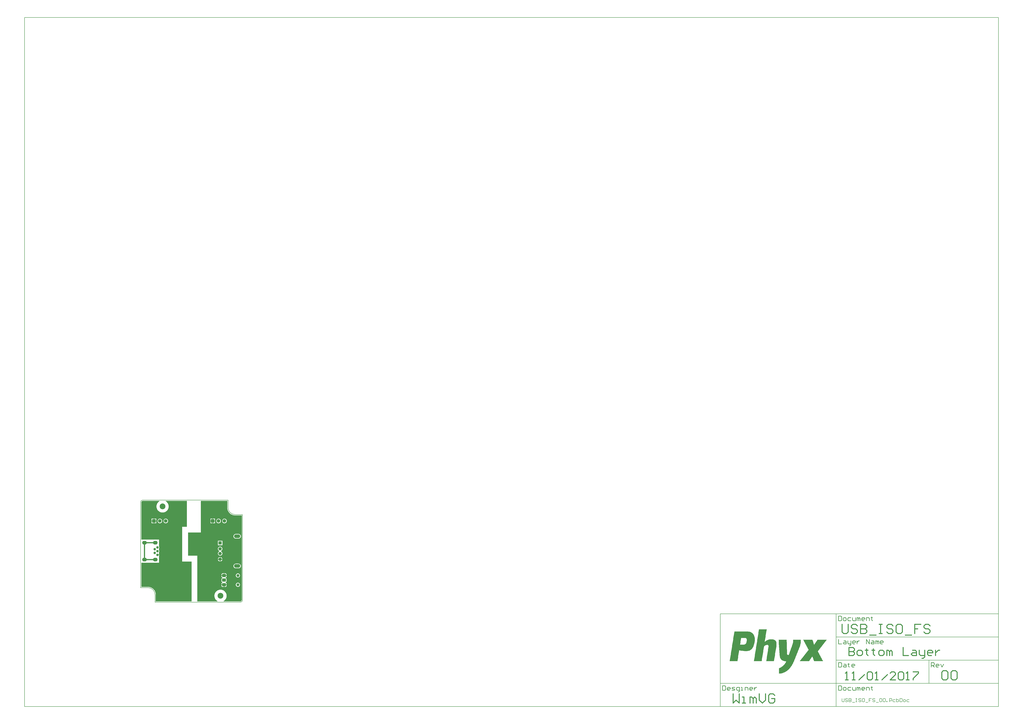
<source format=gbl>
G04 Layer_Physical_Order=2*
G04 Layer_Color=40191*
%FSLAX25Y25*%
%MOIN*%
G70*
G01*
G75*
%ADD18C,0.00787*%
%ADD19C,0.01969*%
%ADD20C,0.01575*%
%ADD21C,0.00591*%
%ADD22C,0.00984*%
%ADD23C,0.09843*%
%ADD24R,0.05906X0.05906*%
%ADD25C,0.05906*%
%ADD26O,0.04000X0.04331*%
%ADD27O,0.08000X0.06000*%
%ADD28O,0.10630X0.05906*%
%ADD29C,0.05591*%
%ADD30R,0.05591X0.05591*%
%ADD31C,0.05118*%
G04:AMPARAMS|DCode=32|XSize=66.93mil|YSize=55.12mil|CornerRadius=13.78mil|HoleSize=0mil|Usage=FLASHONLY|Rotation=180.000|XOffset=0mil|YOffset=0mil|HoleType=Round|Shape=RoundedRectangle|*
%AMROUNDEDRECTD32*
21,1,0.06693,0.02756,0,0,180.0*
21,1,0.03937,0.05512,0,0,180.0*
1,1,0.02756,-0.01969,0.01378*
1,1,0.02756,0.01969,0.01378*
1,1,0.02756,0.01969,-0.01378*
1,1,0.02756,-0.01969,-0.01378*
%
%ADD32ROUNDEDRECTD32*%
%ADD33C,0.02756*%
G36*
X-82677Y85332D02*
X-54530D01*
X-54380Y84741D01*
X-54382Y84741D01*
X-54843Y84458D01*
X-55289Y84151D01*
X-55719Y83822D01*
X-56130Y83470D01*
X-56523Y83098D01*
X-56895Y82705D01*
X-57247Y82293D01*
X-57576Y81864D01*
X-57883Y81418D01*
X-58166Y80957D01*
X-58424Y80481D01*
X-58657Y79992D01*
X-58864Y79492D01*
X-59045Y78982D01*
X-59198Y78463D01*
X-59325Y77937D01*
X-59424Y77405D01*
X-59494Y76868D01*
X-59537Y76328D01*
X-59551Y75787D01*
X-59537Y75246D01*
X-59494Y74707D01*
X-59424Y74170D01*
X-59325Y73638D01*
X-59198Y73112D01*
X-59045Y72593D01*
X-58864Y72083D01*
X-58657Y71583D01*
X-58424Y71094D01*
X-58166Y70618D01*
X-57883Y70157D01*
X-57576Y69711D01*
X-57247Y69281D01*
X-56895Y68870D01*
X-56523Y68477D01*
X-56130Y68105D01*
X-55719Y67753D01*
X-55289Y67424D01*
X-54843Y67117D01*
X-54382Y66834D01*
X-53906Y66576D01*
X-53417Y66343D01*
X-52917Y66136D01*
X-52407Y65955D01*
X-51888Y65802D01*
X-51362Y65675D01*
X-50830Y65576D01*
X-50293Y65506D01*
X-49754Y65463D01*
X-49213Y65449D01*
X-48672Y65463D01*
X-48132Y65506D01*
X-47595Y65576D01*
X-47063Y65675D01*
X-46537Y65802D01*
X-46018Y65955D01*
X-45508Y66136D01*
X-45008Y66343D01*
X-44519Y66576D01*
X-44043Y66834D01*
X-43582Y67117D01*
X-43136Y67424D01*
X-42707Y67753D01*
X-42295Y68105D01*
X-41902Y68477D01*
X-41530Y68870D01*
X-41178Y69281D01*
X-40849Y69711D01*
X-40542Y70157D01*
X-40260Y70618D01*
X-40001Y71094D01*
X-39768Y71583D01*
X-39561Y72083D01*
X-39380Y72593D01*
X-39227Y73112D01*
X-39100Y73638D01*
X-39002Y74170D01*
X-38931Y74707D01*
X-38889Y75246D01*
X-38874Y75787D01*
X-38889Y76328D01*
X-38931Y76868D01*
X-39002Y77405D01*
X-39100Y77937D01*
X-39227Y78463D01*
X-39380Y78982D01*
X-39561Y79492D01*
X-39768Y79992D01*
X-40001Y80481D01*
X-40260Y80957D01*
X-40542Y81418D01*
X-40849Y81864D01*
X-41178Y82293D01*
X-41530Y82705D01*
X-41902Y83098D01*
X-42295Y83470D01*
X-42707Y83822D01*
X-43136Y84151D01*
X-43582Y84458D01*
X-44043Y84741D01*
X-44045Y84741D01*
X-43895Y85332D01*
X-7874D01*
Y41339D01*
X-15748D01*
Y-17717D01*
X0D01*
Y-85332D01*
X-60726D01*
Y-73819D01*
X-60725D01*
X-60739Y-73214D01*
X-60781Y-72611D01*
X-60850Y-72010D01*
X-60948Y-71413D01*
X-61073Y-70821D01*
X-61225Y-70236D01*
X-61404Y-69658D01*
X-61609Y-69089D01*
X-61841Y-68530D01*
X-62098Y-67982D01*
X-62380Y-67447D01*
X-62686Y-66926D01*
X-63016Y-66419D01*
X-63370Y-65928D01*
X-63745Y-65454D01*
X-64142Y-64998D01*
X-64560Y-64560D01*
X-64998Y-64142D01*
X-65454Y-63745D01*
X-65928Y-63370D01*
X-66419Y-63016D01*
X-66926Y-62686D01*
X-67447Y-62380D01*
X-67982Y-62098D01*
X-68530Y-61841D01*
X-69089Y-61609D01*
X-69658Y-61404D01*
X-70236Y-61225D01*
X-70821Y-61073D01*
X-71413Y-60948D01*
X-72010Y-60850D01*
X-72611Y-60781D01*
X-73214Y-60739D01*
X-73819Y-60725D01*
Y-60726D01*
X-85332D01*
Y-19685D01*
X-55118D01*
Y-7654D01*
X-55099Y-7614D01*
X-55000Y-7337D01*
X-54928Y-7051D01*
X-54891Y-6799D01*
X-57874D01*
Y-5799D01*
X-54891D01*
X-54928Y-5548D01*
X-55000Y-5262D01*
X-55099Y-4984D01*
X-55118Y-4944D01*
Y-1318D01*
X-55114Y-1309D01*
X-55015Y-1033D01*
X-54944Y-748D01*
X-54901Y-458D01*
X-54886Y-165D01*
Y165D01*
X-54901Y458D01*
X-54944Y748D01*
X-55015Y1033D01*
X-55114Y1309D01*
X-55118Y1318D01*
Y4981D01*
X-55114Y4990D01*
X-55015Y5266D01*
X-54944Y5551D01*
X-54901Y5841D01*
X-54886Y6134D01*
Y6465D01*
X-54901Y6757D01*
X-54944Y7047D01*
X-55015Y7332D01*
X-55114Y7608D01*
X-55118Y7617D01*
Y19685D01*
X-85332D01*
Y82677D01*
X-85333Y82695D01*
X-85321Y82938D01*
X-85283Y83196D01*
X-85220Y83448D01*
X-85132Y83694D01*
X-85020Y83930D01*
X-84886Y84153D01*
X-84731Y84363D01*
X-84556Y84556D01*
X-84363Y84731D01*
X-84153Y84886D01*
X-83930Y85020D01*
X-83694Y85132D01*
X-83448Y85220D01*
X-83196Y85283D01*
X-82938Y85321D01*
X-82695Y85333D01*
X-82677Y85332D01*
D02*
G37*
G36*
X60726Y73819D02*
X60725D01*
X60739Y73214D01*
X60781Y72611D01*
X60850Y72010D01*
X60948Y71413D01*
X61073Y70821D01*
X61225Y70236D01*
X61404Y69658D01*
X61609Y69089D01*
X61840Y68530D01*
X62098Y67982D01*
X62380Y67447D01*
X62686Y66926D01*
X63016Y66419D01*
X63370Y65928D01*
X63745Y65454D01*
X64142Y64998D01*
X64560Y64560D01*
X64998Y64142D01*
X65454Y63745D01*
X65928Y63370D01*
X66419Y63016D01*
X66926Y62686D01*
X67447Y62380D01*
X67982Y62098D01*
X68530Y61840D01*
X69089Y61609D01*
X69658Y61404D01*
X70236Y61225D01*
X70821Y61073D01*
X71413Y60948D01*
X72010Y60850D01*
X72611Y60781D01*
X73214Y60739D01*
X73819Y60725D01*
Y60726D01*
X85332D01*
Y-82677D01*
X85333Y-82695D01*
X85321Y-82938D01*
X85283Y-83196D01*
X85220Y-83448D01*
X85132Y-83694D01*
X85020Y-83930D01*
X84886Y-84153D01*
X84731Y-84363D01*
X84556Y-84556D01*
X84363Y-84731D01*
X84153Y-84886D01*
X83930Y-85020D01*
X83694Y-85132D01*
X83448Y-85220D01*
X83196Y-85283D01*
X82938Y-85321D01*
X82695Y-85333D01*
X82677Y-85332D01*
X54530D01*
X54380Y-84741D01*
X54382Y-84741D01*
X54843Y-84458D01*
X55289Y-84151D01*
X55719Y-83822D01*
X56130Y-83470D01*
X56523Y-83098D01*
X56895Y-82705D01*
X57247Y-82293D01*
X57576Y-81864D01*
X57883Y-81418D01*
X58166Y-80957D01*
X58424Y-80481D01*
X58657Y-79992D01*
X58864Y-79492D01*
X59045Y-78982D01*
X59198Y-78463D01*
X59325Y-77937D01*
X59424Y-77405D01*
X59494Y-76868D01*
X59537Y-76328D01*
X59551Y-75787D01*
X59537Y-75246D01*
X59494Y-74707D01*
X59424Y-74170D01*
X59325Y-73638D01*
X59198Y-73112D01*
X59045Y-72593D01*
X58864Y-72083D01*
X58657Y-71583D01*
X58424Y-71094D01*
X58166Y-70618D01*
X57883Y-70157D01*
X57576Y-69711D01*
X57247Y-69281D01*
X56895Y-68870D01*
X56523Y-68477D01*
X56130Y-68105D01*
X55719Y-67753D01*
X55289Y-67424D01*
X54843Y-67117D01*
X54382Y-66834D01*
X53906Y-66576D01*
X53417Y-66343D01*
X52917Y-66136D01*
X52407Y-65955D01*
X51888Y-65802D01*
X51362Y-65675D01*
X50830Y-65576D01*
X50293Y-65506D01*
X49754Y-65463D01*
X49213Y-65449D01*
X48671Y-65463D01*
X48132Y-65506D01*
X47595Y-65576D01*
X47063Y-65675D01*
X46537Y-65802D01*
X46018Y-65955D01*
X45508Y-66136D01*
X45008Y-66343D01*
X44519Y-66576D01*
X44043Y-66834D01*
X43582Y-67117D01*
X43136Y-67424D01*
X42707Y-67753D01*
X42295Y-68105D01*
X41902Y-68477D01*
X41530Y-68870D01*
X41178Y-69281D01*
X40849Y-69711D01*
X40542Y-70157D01*
X40260Y-70618D01*
X40001Y-71094D01*
X39768Y-71583D01*
X39561Y-72083D01*
X39380Y-72593D01*
X39227Y-73112D01*
X39100Y-73638D01*
X39002Y-74170D01*
X38931Y-74707D01*
X38889Y-75246D01*
X38874Y-75787D01*
X38889Y-76328D01*
X38931Y-76868D01*
X39002Y-77405D01*
X39100Y-77937D01*
X39227Y-78463D01*
X39380Y-78982D01*
X39561Y-79492D01*
X39768Y-79992D01*
X40001Y-80481D01*
X40260Y-80957D01*
X40542Y-81418D01*
X40849Y-81864D01*
X41178Y-82293D01*
X41530Y-82705D01*
X41902Y-83098D01*
X42295Y-83470D01*
X42707Y-83822D01*
X43136Y-84151D01*
X43582Y-84458D01*
X44043Y-84741D01*
X44045Y-84741D01*
X43895Y-85332D01*
X9843D01*
Y-7874D01*
X-5906Y-7874D01*
Y31496D01*
X15748Y31496D01*
Y85332D01*
X60726D01*
Y73819D01*
D02*
G37*
%LPC*%
G36*
X48024Y-14280D02*
X44761D01*
X44782Y-14439D01*
X44854Y-14763D01*
X44954Y-15079D01*
X45081Y-15385D01*
X45234Y-15679D01*
X45412Y-15959D01*
X45614Y-16221D01*
X45837Y-16466D01*
X46082Y-16690D01*
X46345Y-16892D01*
X46624Y-17070D01*
X46918Y-17223D01*
X47224Y-17349D01*
X47540Y-17449D01*
X47864Y-17521D01*
X48024Y-17542D01*
Y-14280D01*
D02*
G37*
G36*
X79823Y-21256D02*
X75098D01*
X74755Y-21271D01*
X74414Y-21316D01*
X74079Y-21390D01*
X73751Y-21494D01*
X73433Y-21625D01*
X73128Y-21784D01*
X72838Y-21969D01*
X72565Y-22178D01*
X72312Y-22410D01*
X72080Y-22664D01*
X71870Y-22937D01*
X71686Y-23226D01*
X71527Y-23531D01*
X71395Y-23849D01*
X71292Y-24177D01*
X71218Y-24512D01*
X71173Y-24853D01*
X71158Y-25197D01*
X71173Y-25540D01*
X71218Y-25881D01*
X71292Y-26217D01*
X71395Y-26545D01*
X71527Y-26862D01*
X71686Y-27167D01*
X71870Y-27457D01*
X72080Y-27730D01*
X72312Y-27983D01*
X72565Y-28216D01*
X72838Y-28425D01*
X73128Y-28610D01*
X73433Y-28768D01*
X73751Y-28900D01*
X74079Y-29003D01*
X74414Y-29078D01*
X74755Y-29123D01*
X75098Y-29138D01*
X79823D01*
X80166Y-29123D01*
X80507Y-29078D01*
X80843Y-29003D01*
X81171Y-28900D01*
X81488Y-28768D01*
X81793Y-28610D01*
X82083Y-28425D01*
X82356Y-28216D01*
X82609Y-27983D01*
X82842Y-27730D01*
X83051Y-27457D01*
X83236Y-27167D01*
X83394Y-26862D01*
X83526Y-26545D01*
X83629Y-26217D01*
X83704Y-25881D01*
X83749Y-25540D01*
X83764Y-25197D01*
X83749Y-24853D01*
X83704Y-24512D01*
X83629Y-24177D01*
X83526Y-23849D01*
X83394Y-23531D01*
X83236Y-23226D01*
X83051Y-22937D01*
X82842Y-22664D01*
X82609Y-22410D01*
X82356Y-22178D01*
X82083Y-21969D01*
X81793Y-21784D01*
X81488Y-21625D01*
X81171Y-21494D01*
X80843Y-21390D01*
X80507Y-21316D01*
X80166Y-21271D01*
X79823Y-21256D01*
D02*
G37*
G36*
X57087Y-37579D02*
X55618D01*
Y-40839D01*
X59468D01*
Y-39961D01*
X59453Y-39694D01*
X59409Y-39431D01*
X59335Y-39174D01*
X59232Y-38927D01*
X59103Y-38693D01*
X58949Y-38476D01*
X58771Y-38276D01*
X58572Y-38098D01*
X58354Y-37944D01*
X58120Y-37815D01*
X57873Y-37713D01*
X57617Y-37639D01*
X57353Y-37594D01*
X57087Y-37579D01*
D02*
G37*
G36*
X49024Y-10017D02*
Y-13280D01*
X52286D01*
X52265Y-13120D01*
X52193Y-12796D01*
X52093Y-12480D01*
X51967Y-12174D01*
X51814Y-11880D01*
X51635Y-11601D01*
X51434Y-11338D01*
X51210Y-11093D01*
X50965Y-10870D01*
X50703Y-10668D01*
X50423Y-10490D01*
X50129Y-10337D01*
X49823Y-10210D01*
X49507Y-10110D01*
X49183Y-10039D01*
X49024Y-10017D01*
D02*
G37*
G36*
X48024D02*
X47864Y-10039D01*
X47540Y-10110D01*
X47224Y-10210D01*
X46918Y-10337D01*
X46624Y-10490D01*
X46345Y-10668D01*
X46082Y-10870D01*
X45837Y-11093D01*
X45614Y-11338D01*
X45412Y-11601D01*
X45234Y-11880D01*
X45081Y-12174D01*
X44954Y-12480D01*
X44854Y-12796D01*
X44782Y-13120D01*
X44761Y-13280D01*
X48024D01*
Y-10017D01*
D02*
G37*
G36*
X52286Y-14280D02*
X49024D01*
Y-17542D01*
X49183Y-17521D01*
X49507Y-17449D01*
X49823Y-17349D01*
X50129Y-17223D01*
X50423Y-17070D01*
X50703Y-16892D01*
X50965Y-16690D01*
X51210Y-16466D01*
X51434Y-16221D01*
X51635Y-15959D01*
X51814Y-15679D01*
X51967Y-15385D01*
X52093Y-15079D01*
X52193Y-14763D01*
X52265Y-14439D01*
X52286Y-14280D01*
D02*
G37*
G36*
X78740Y-53540D02*
X78431Y-53553D01*
X78124Y-53594D01*
X77822Y-53661D01*
X77527Y-53754D01*
X77241Y-53872D01*
X76967Y-54015D01*
X76706Y-54181D01*
X76460Y-54370D01*
X76232Y-54579D01*
X76023Y-54807D01*
X75835Y-55052D01*
X75669Y-55313D01*
X75526Y-55588D01*
X75407Y-55874D01*
X75314Y-56169D01*
X75247Y-56471D01*
X75207Y-56778D01*
X75194Y-57087D01*
X75207Y-57396D01*
X75247Y-57702D01*
X75314Y-58005D01*
X75407Y-58300D01*
X75526Y-58586D01*
X75669Y-58860D01*
X75835Y-59121D01*
X76023Y-59366D01*
X76232Y-59595D01*
X76460Y-59803D01*
X76706Y-59992D01*
X76967Y-60158D01*
X77241Y-60301D01*
X77527Y-60419D01*
X77822Y-60513D01*
X78124Y-60579D01*
X78431Y-60620D01*
X78740Y-60633D01*
X79049Y-60620D01*
X79356Y-60579D01*
X79658Y-60513D01*
X79953Y-60419D01*
X80239Y-60301D01*
X80514Y-60158D01*
X80774Y-59992D01*
X81020Y-59803D01*
X81248Y-59595D01*
X81457Y-59366D01*
X81645Y-59121D01*
X81812Y-58860D01*
X81954Y-58586D01*
X82073Y-58300D01*
X82166Y-58005D01*
X82233Y-57702D01*
X82273Y-57396D01*
X82287Y-57087D01*
X82273Y-56778D01*
X82233Y-56471D01*
X82166Y-56169D01*
X82073Y-55874D01*
X81954Y-55588D01*
X81812Y-55313D01*
X81645Y-55052D01*
X81457Y-54807D01*
X81248Y-54579D01*
X81020Y-54370D01*
X80774Y-54181D01*
X80514Y-54015D01*
X80239Y-53872D01*
X79953Y-53754D01*
X79658Y-53661D01*
X79356Y-53594D01*
X79049Y-53553D01*
X78740Y-53540D01*
D02*
G37*
G36*
X59468Y-57587D02*
X55618D01*
Y-60846D01*
X57087D01*
X57353Y-60831D01*
X57617Y-60787D01*
X57873Y-60713D01*
X58120Y-60610D01*
X58354Y-60481D01*
X58572Y-60327D01*
X58771Y-60149D01*
X58949Y-59949D01*
X59103Y-59732D01*
X59232Y-59498D01*
X59335Y-59251D01*
X59409Y-58995D01*
X59453Y-58731D01*
X59468Y-58465D01*
Y-57587D01*
D02*
G37*
G36*
X54618D02*
X50768D01*
Y-58465D01*
X50783Y-58731D01*
X50828Y-58995D01*
X50902Y-59251D01*
X51004Y-59498D01*
X51133Y-59732D01*
X51288Y-59949D01*
X51465Y-60149D01*
X51665Y-60327D01*
X51882Y-60481D01*
X52116Y-60610D01*
X52363Y-60713D01*
X52620Y-60787D01*
X52883Y-60831D01*
X53150Y-60846D01*
X54618D01*
Y-57587D01*
D02*
G37*
G36*
Y-37579D02*
X53150D01*
X52883Y-37594D01*
X52620Y-37639D01*
X52363Y-37713D01*
X52116Y-37815D01*
X51882Y-37944D01*
X51665Y-38098D01*
X51465Y-38276D01*
X51288Y-38476D01*
X51133Y-38693D01*
X51004Y-38927D01*
X50902Y-39174D01*
X50828Y-39431D01*
X50783Y-39694D01*
X50768Y-39961D01*
Y-40839D01*
X54618D01*
Y-37579D01*
D02*
G37*
G36*
X78740Y-37792D02*
X78431Y-37805D01*
X78124Y-37846D01*
X77822Y-37913D01*
X77527Y-38006D01*
X77241Y-38124D01*
X76967Y-38267D01*
X76706Y-38433D01*
X76460Y-38622D01*
X76232Y-38831D01*
X76023Y-39059D01*
X75835Y-39304D01*
X75669Y-39565D01*
X75526Y-39840D01*
X75407Y-40126D01*
X75314Y-40421D01*
X75247Y-40723D01*
X75207Y-41030D01*
X75194Y-41339D01*
X75207Y-41648D01*
X75247Y-41954D01*
X75314Y-42257D01*
X75407Y-42552D01*
X75526Y-42838D01*
X75669Y-43112D01*
X75835Y-43373D01*
X76023Y-43618D01*
X76232Y-43846D01*
X76460Y-44056D01*
X76706Y-44244D01*
X76967Y-44410D01*
X77241Y-44553D01*
X77527Y-44671D01*
X77822Y-44764D01*
X78124Y-44831D01*
X78431Y-44872D01*
X78740Y-44885D01*
X79049Y-44872D01*
X79356Y-44831D01*
X79658Y-44764D01*
X79953Y-44671D01*
X80239Y-44553D01*
X80514Y-44410D01*
X80774Y-44244D01*
X81020Y-44056D01*
X81248Y-43846D01*
X81457Y-43618D01*
X81645Y-43373D01*
X81812Y-43112D01*
X81954Y-42838D01*
X82073Y-42552D01*
X82166Y-42257D01*
X82233Y-41954D01*
X82273Y-41648D01*
X82287Y-41339D01*
X82273Y-41030D01*
X82233Y-40723D01*
X82166Y-40421D01*
X82073Y-40126D01*
X81954Y-39840D01*
X81812Y-39565D01*
X81645Y-39304D01*
X81457Y-39059D01*
X81248Y-38831D01*
X81020Y-38622D01*
X80774Y-38433D01*
X80514Y-38267D01*
X80239Y-38124D01*
X79953Y-38006D01*
X79658Y-37913D01*
X79356Y-37846D01*
X79049Y-37805D01*
X78740Y-37792D01*
D02*
G37*
G36*
X59468Y-41839D02*
X55118D01*
X50768D01*
Y-42717D01*
X50783Y-42983D01*
X50828Y-43246D01*
X50902Y-43503D01*
X51004Y-43750D01*
X51133Y-43984D01*
X51288Y-44201D01*
X51465Y-44401D01*
X51665Y-44579D01*
X51882Y-44733D01*
X52116Y-44862D01*
X52363Y-44965D01*
X52404Y-44976D01*
Y-45591D01*
X52368Y-45601D01*
X52123Y-45703D01*
X51891Y-45831D01*
X51674Y-45985D01*
X51477Y-46162D01*
X51300Y-46360D01*
X51146Y-46576D01*
X51018Y-46808D01*
X50916Y-47053D01*
X50843Y-47308D01*
X50799Y-47570D01*
X50784Y-47835D01*
Y-50591D01*
X50799Y-50855D01*
X50843Y-51117D01*
X50916Y-51372D01*
X51018Y-51617D01*
X51146Y-51849D01*
X51300Y-52066D01*
X51477Y-52263D01*
X51674Y-52440D01*
X51891Y-52594D01*
X52123Y-52722D01*
X52368Y-52824D01*
X52404Y-52834D01*
Y-53449D01*
X52363Y-53461D01*
X52116Y-53563D01*
X51882Y-53692D01*
X51665Y-53847D01*
X51465Y-54024D01*
X51288Y-54224D01*
X51133Y-54441D01*
X51004Y-54675D01*
X50902Y-54922D01*
X50828Y-55179D01*
X50783Y-55442D01*
X50768Y-55709D01*
Y-56587D01*
X55118D01*
X59468D01*
Y-55709D01*
X59453Y-55442D01*
X59409Y-55179D01*
X59335Y-54922D01*
X59232Y-54675D01*
X59103Y-54441D01*
X58949Y-54224D01*
X58771Y-54024D01*
X58572Y-53847D01*
X58354Y-53692D01*
X58120Y-53563D01*
X57873Y-53461D01*
X57832Y-53449D01*
Y-52834D01*
X57868Y-52824D01*
X58113Y-52722D01*
X58345Y-52594D01*
X58562Y-52440D01*
X58760Y-52263D01*
X58936Y-52066D01*
X59090Y-51849D01*
X59218Y-51617D01*
X59320Y-51372D01*
X59393Y-51117D01*
X59438Y-50855D01*
X59452Y-50591D01*
Y-47835D01*
X59438Y-47570D01*
X59393Y-47308D01*
X59320Y-47053D01*
X59218Y-46808D01*
X59090Y-46576D01*
X58936Y-46360D01*
X58760Y-46162D01*
X58562Y-45985D01*
X58345Y-45831D01*
X58113Y-45703D01*
X57868Y-45601D01*
X57832Y-45591D01*
Y-44976D01*
X57873Y-44965D01*
X58120Y-44862D01*
X58354Y-44733D01*
X58572Y-44579D01*
X58771Y-44401D01*
X58949Y-44201D01*
X59103Y-43984D01*
X59232Y-43750D01*
X59335Y-43503D01*
X59409Y-43246D01*
X59453Y-42983D01*
X59468Y-42717D01*
Y-41839D01*
D02*
G37*
G36*
X48524Y7720D02*
X48194Y7706D01*
X47867Y7663D01*
X47545Y7591D01*
X47230Y7492D01*
X46925Y7366D01*
X46632Y7213D01*
X46354Y7036D01*
X46092Y6835D01*
X45849Y6612D01*
X45626Y6369D01*
X45425Y6107D01*
X45247Y5829D01*
X45095Y5536D01*
X44969Y5231D01*
X44869Y4916D01*
X44798Y4594D01*
X44755Y4267D01*
X44741Y3937D01*
X44755Y3607D01*
X44798Y3280D01*
X44869Y2958D01*
X44969Y2643D01*
X45095Y2338D01*
X45247Y2045D01*
X45425Y1767D01*
X45626Y1505D01*
X45849Y1262D01*
X46092Y1039D01*
X46354Y838D01*
X46632Y661D01*
X46925Y508D01*
X47230Y382D01*
X47302Y-0D01*
X47230Y-382D01*
X46925Y-508D01*
X46632Y-661D01*
X46354Y-838D01*
X46092Y-1039D01*
X45849Y-1262D01*
X45626Y-1505D01*
X45425Y-1767D01*
X45247Y-2045D01*
X45095Y-2338D01*
X44969Y-2643D01*
X44869Y-2958D01*
X44798Y-3280D01*
X44755Y-3607D01*
X44741Y-3937D01*
X44755Y-4267D01*
X44798Y-4594D01*
X44869Y-4916D01*
X44969Y-5231D01*
X45095Y-5536D01*
X45247Y-5829D01*
X45425Y-6107D01*
X45626Y-6369D01*
X45849Y-6612D01*
X46092Y-6835D01*
X46354Y-7036D01*
X46632Y-7213D01*
X46925Y-7366D01*
X47230Y-7492D01*
X47545Y-7591D01*
X47867Y-7663D01*
X48194Y-7706D01*
X48524Y-7720D01*
X48853Y-7706D01*
X49180Y-7663D01*
X49503Y-7591D01*
X49817Y-7492D01*
X50122Y-7366D01*
X50415Y-7213D01*
X50694Y-7036D01*
X50955Y-6835D01*
X51199Y-6612D01*
X51422Y-6369D01*
X51623Y-6107D01*
X51800Y-5829D01*
X51952Y-5536D01*
X52079Y-5231D01*
X52178Y-4916D01*
X52249Y-4594D01*
X52292Y-4267D01*
X52307Y-3937D01*
X52292Y-3607D01*
X52249Y-3280D01*
X52178Y-2958D01*
X52079Y-2643D01*
X51952Y-2338D01*
X51800Y-2045D01*
X51623Y-1767D01*
X51422Y-1505D01*
X51199Y-1262D01*
X50955Y-1039D01*
X50694Y-838D01*
X50415Y-661D01*
X50122Y-508D01*
X49817Y-382D01*
X49745Y-0D01*
X49817Y382D01*
X50122Y508D01*
X50415Y661D01*
X50694Y838D01*
X50955Y1039D01*
X51199Y1262D01*
X51422Y1505D01*
X51623Y1767D01*
X51800Y2045D01*
X51952Y2338D01*
X52079Y2643D01*
X52178Y2958D01*
X52249Y3280D01*
X52292Y3607D01*
X52307Y3937D01*
X52292Y4267D01*
X52249Y4594D01*
X52178Y4916D01*
X52079Y5231D01*
X51952Y5536D01*
X51800Y5829D01*
X51623Y6107D01*
X51422Y6369D01*
X51199Y6612D01*
X50955Y6835D01*
X50694Y7036D01*
X50415Y7213D01*
X50122Y7366D01*
X49817Y7492D01*
X49503Y7591D01*
X49180Y7663D01*
X48853Y7706D01*
X48524Y7720D01*
D02*
G37*
G36*
X55906Y55122D02*
X55562Y55107D01*
X55221Y55062D01*
X54886Y54988D01*
X54558Y54884D01*
X54240Y54753D01*
X53935Y54594D01*
X53645Y54409D01*
X53373Y54200D01*
X53119Y53968D01*
X52887Y53714D01*
X52678Y53441D01*
X52493Y53152D01*
X52334Y52846D01*
X52202Y52529D01*
X52099Y52201D01*
X52025Y51865D01*
X51980Y51525D01*
X51965Y51181D01*
X51980Y50838D01*
X52025Y50497D01*
X52099Y50161D01*
X52202Y49833D01*
X52334Y49516D01*
X52493Y49211D01*
X52678Y48921D01*
X52887Y48648D01*
X53119Y48395D01*
X53373Y48162D01*
X53645Y47953D01*
X53935Y47768D01*
X54240Y47610D01*
X54558Y47478D01*
X54886Y47375D01*
X55221Y47300D01*
X55562Y47255D01*
X55906Y47240D01*
X56249Y47255D01*
X56590Y47300D01*
X56925Y47375D01*
X57253Y47478D01*
X57571Y47610D01*
X57876Y47768D01*
X58166Y47953D01*
X58439Y48162D01*
X58692Y48395D01*
X58924Y48648D01*
X59134Y48921D01*
X59318Y49211D01*
X59477Y49516D01*
X59609Y49833D01*
X59712Y50161D01*
X59786Y50497D01*
X59831Y50838D01*
X59846Y51181D01*
X59831Y51525D01*
X59786Y51865D01*
X59712Y52201D01*
X59609Y52529D01*
X59477Y52846D01*
X59318Y53152D01*
X59134Y53441D01*
X58924Y53714D01*
X58692Y53968D01*
X58439Y54200D01*
X58166Y54409D01*
X57876Y54594D01*
X57571Y54753D01*
X57253Y54884D01*
X56925Y54988D01*
X56590Y55062D01*
X56249Y55107D01*
X55906Y55122D01*
D02*
G37*
G36*
X45906D02*
X45562Y55107D01*
X45221Y55062D01*
X44886Y54988D01*
X44558Y54884D01*
X44240Y54753D01*
X43935Y54594D01*
X43645Y54409D01*
X43372Y54200D01*
X43119Y53968D01*
X42887Y53714D01*
X42678Y53441D01*
X42493Y53152D01*
X42334Y52846D01*
X42202Y52529D01*
X42099Y52201D01*
X42025Y51865D01*
X41980Y51525D01*
X41965Y51181D01*
X41980Y50838D01*
X42025Y50497D01*
X42099Y50161D01*
X42202Y49833D01*
X42334Y49516D01*
X42493Y49211D01*
X42678Y48921D01*
X42887Y48648D01*
X43119Y48395D01*
X43372Y48162D01*
X43645Y47953D01*
X43935Y47768D01*
X44240Y47610D01*
X44558Y47478D01*
X44886Y47375D01*
X45221Y47300D01*
X45562Y47255D01*
X45906Y47240D01*
X46249Y47255D01*
X46590Y47300D01*
X46926Y47375D01*
X47253Y47478D01*
X47571Y47610D01*
X47876Y47768D01*
X48166Y47953D01*
X48439Y48162D01*
X48692Y48395D01*
X48924Y48648D01*
X49134Y48921D01*
X49318Y49211D01*
X49477Y49516D01*
X49609Y49833D01*
X49712Y50161D01*
X49786Y50497D01*
X49831Y50838D01*
X49846Y51181D01*
X49831Y51525D01*
X49786Y51865D01*
X49712Y52201D01*
X49609Y52529D01*
X49477Y52846D01*
X49318Y53152D01*
X49134Y53441D01*
X48924Y53714D01*
X48692Y53968D01*
X48439Y54200D01*
X48166Y54409D01*
X47876Y54594D01*
X47571Y54753D01*
X47253Y54884D01*
X46926Y54988D01*
X46590Y55062D01*
X46249Y55107D01*
X45906Y55122D01*
D02*
G37*
G36*
X-43780D02*
X-44123Y55107D01*
X-44464Y55062D01*
X-44800Y54988D01*
X-45127Y54884D01*
X-45445Y54753D01*
X-45750Y54594D01*
X-46040Y54409D01*
X-46313Y54200D01*
X-46566Y53968D01*
X-46798Y53714D01*
X-47008Y53441D01*
X-47192Y53152D01*
X-47351Y52846D01*
X-47483Y52529D01*
X-47586Y52201D01*
X-47660Y51865D01*
X-47705Y51525D01*
X-47720Y51181D01*
X-47705Y50838D01*
X-47660Y50497D01*
X-47586Y50161D01*
X-47483Y49833D01*
X-47351Y49516D01*
X-47192Y49211D01*
X-47008Y48921D01*
X-46798Y48648D01*
X-46566Y48395D01*
X-46313Y48162D01*
X-46040Y47953D01*
X-45750Y47768D01*
X-45445Y47610D01*
X-45127Y47478D01*
X-44800Y47375D01*
X-44464Y47300D01*
X-44123Y47255D01*
X-43780Y47240D01*
X-43436Y47255D01*
X-43095Y47300D01*
X-42760Y47375D01*
X-42432Y47478D01*
X-42114Y47610D01*
X-41809Y47768D01*
X-41519Y47953D01*
X-41247Y48162D01*
X-40993Y48395D01*
X-40761Y48648D01*
X-40551Y48921D01*
X-40367Y49211D01*
X-40208Y49516D01*
X-40077Y49833D01*
X-39973Y50161D01*
X-39899Y50497D01*
X-39854Y50838D01*
X-39839Y51181D01*
X-39854Y51525D01*
X-39899Y51865D01*
X-39973Y52201D01*
X-40077Y52529D01*
X-40208Y52846D01*
X-40367Y53152D01*
X-40551Y53441D01*
X-40761Y53714D01*
X-40993Y53968D01*
X-41247Y54200D01*
X-41519Y54409D01*
X-41809Y54594D01*
X-42114Y54753D01*
X-42432Y54884D01*
X-42760Y54988D01*
X-43095Y55062D01*
X-43436Y55107D01*
X-43780Y55122D01*
D02*
G37*
G36*
X-64280Y55134D02*
X-67732D01*
Y51681D01*
X-64280D01*
Y55134D01*
D02*
G37*
G36*
X39858D02*
X36406D01*
Y51681D01*
X39858D01*
Y55134D01*
D02*
G37*
G36*
X35405D02*
X31953D01*
Y51681D01*
X35405D01*
Y55134D01*
D02*
G37*
G36*
X-59827D02*
X-63280D01*
Y51681D01*
X-59827D01*
Y55134D01*
D02*
G37*
G36*
X-64280Y50681D02*
X-67732D01*
Y47228D01*
X-64280D01*
Y50681D01*
D02*
G37*
G36*
X79823Y29138D02*
X75098D01*
X74755Y29123D01*
X74414Y29078D01*
X74079Y29003D01*
X73751Y28900D01*
X73433Y28768D01*
X73128Y28610D01*
X72838Y28425D01*
X72565Y28216D01*
X72312Y27983D01*
X72080Y27730D01*
X71870Y27457D01*
X71686Y27167D01*
X71527Y26862D01*
X71395Y26545D01*
X71292Y26217D01*
X71218Y25881D01*
X71173Y25540D01*
X71158Y25197D01*
X71173Y24853D01*
X71218Y24512D01*
X71292Y24177D01*
X71395Y23849D01*
X71527Y23531D01*
X71686Y23226D01*
X71870Y22937D01*
X72080Y22664D01*
X72312Y22410D01*
X72565Y22178D01*
X72838Y21969D01*
X73128Y21784D01*
X73433Y21625D01*
X73751Y21494D01*
X74079Y21390D01*
X74414Y21316D01*
X74755Y21271D01*
X75098Y21256D01*
X79823D01*
X80166Y21271D01*
X80507Y21316D01*
X80843Y21390D01*
X81171Y21494D01*
X81488Y21625D01*
X81793Y21784D01*
X82083Y21969D01*
X82356Y22178D01*
X82609Y22410D01*
X82842Y22664D01*
X83051Y22937D01*
X83236Y23226D01*
X83394Y23531D01*
X83526Y23849D01*
X83629Y24177D01*
X83704Y24512D01*
X83749Y24853D01*
X83764Y25197D01*
X83749Y25540D01*
X83704Y25881D01*
X83629Y26217D01*
X83526Y26545D01*
X83394Y26862D01*
X83236Y27167D01*
X83051Y27457D01*
X82842Y27730D01*
X82609Y27983D01*
X82356Y28216D01*
X82083Y28425D01*
X81793Y28610D01*
X81488Y28768D01*
X81171Y28900D01*
X80843Y29003D01*
X80507Y29078D01*
X80166Y29123D01*
X79823Y29138D01*
D02*
G37*
G36*
X52303Y17559D02*
X44744D01*
Y10000D01*
X52303D01*
Y17559D01*
D02*
G37*
G36*
X-59827Y50681D02*
X-63280D01*
Y47228D01*
X-59827D01*
Y50681D01*
D02*
G37*
G36*
X-53780Y55122D02*
X-54123Y55107D01*
X-54464Y55062D01*
X-54799Y54988D01*
X-55127Y54884D01*
X-55445Y54753D01*
X-55750Y54594D01*
X-56040Y54409D01*
X-56313Y54200D01*
X-56566Y53968D01*
X-56798Y53714D01*
X-57008Y53441D01*
X-57192Y53152D01*
X-57351Y52846D01*
X-57483Y52529D01*
X-57586Y52201D01*
X-57661Y51865D01*
X-57705Y51525D01*
X-57720Y51181D01*
X-57705Y50838D01*
X-57661Y50497D01*
X-57586Y50161D01*
X-57483Y49833D01*
X-57351Y49516D01*
X-57192Y49211D01*
X-57008Y48921D01*
X-56798Y48648D01*
X-56566Y48395D01*
X-56313Y48162D01*
X-56040Y47953D01*
X-55750Y47768D01*
X-55445Y47610D01*
X-55127Y47478D01*
X-54799Y47375D01*
X-54464Y47300D01*
X-54123Y47255D01*
X-53780Y47240D01*
X-53436Y47255D01*
X-53095Y47300D01*
X-52760Y47375D01*
X-52432Y47478D01*
X-52114Y47610D01*
X-51809Y47768D01*
X-51519Y47953D01*
X-51247Y48162D01*
X-50993Y48395D01*
X-50761Y48648D01*
X-50551Y48921D01*
X-50367Y49211D01*
X-50208Y49516D01*
X-50077Y49833D01*
X-49973Y50161D01*
X-49899Y50497D01*
X-49854Y50838D01*
X-49839Y51181D01*
X-49854Y51525D01*
X-49899Y51865D01*
X-49973Y52201D01*
X-50077Y52529D01*
X-50208Y52846D01*
X-50367Y53152D01*
X-50551Y53441D01*
X-50761Y53714D01*
X-50993Y53968D01*
X-51247Y54200D01*
X-51519Y54409D01*
X-51809Y54594D01*
X-52114Y54753D01*
X-52432Y54884D01*
X-52760Y54988D01*
X-53095Y55062D01*
X-53436Y55107D01*
X-53780Y55122D01*
D02*
G37*
G36*
X39858Y50681D02*
X36406D01*
Y47228D01*
X39858D01*
Y50681D01*
D02*
G37*
G36*
X35405D02*
X31953D01*
Y47228D01*
X35405D01*
Y50681D01*
D02*
G37*
%LPD*%
G36*
X1034465Y-150646D02*
Y-150933D01*
Y-151219D01*
Y-151505D01*
Y-151791D01*
Y-152078D01*
Y-152364D01*
Y-152650D01*
Y-152937D01*
Y-153223D01*
Y-153509D01*
Y-153796D01*
Y-154082D01*
Y-154368D01*
Y-154655D01*
Y-154941D01*
Y-155227D01*
Y-155514D01*
Y-155800D01*
Y-156086D01*
Y-156372D01*
X1034179D01*
Y-156659D01*
Y-156945D01*
Y-157231D01*
Y-157518D01*
Y-157804D01*
X1033893D01*
Y-158090D01*
Y-158377D01*
Y-158663D01*
Y-158949D01*
X1033607D01*
Y-159236D01*
Y-159522D01*
Y-159808D01*
Y-160094D01*
X1033320D01*
Y-160381D01*
Y-160667D01*
Y-160953D01*
X1033034D01*
Y-161240D01*
Y-161526D01*
Y-161812D01*
X1032747D01*
Y-162099D01*
Y-162385D01*
Y-162671D01*
X1032461D01*
Y-162958D01*
Y-163244D01*
Y-163530D01*
X1032175D01*
Y-163816D01*
Y-164103D01*
X1031889D01*
Y-164389D01*
Y-164675D01*
X1031602D01*
Y-164962D01*
Y-165248D01*
Y-165534D01*
X1031316D01*
Y-165821D01*
Y-166107D01*
X1031030D01*
Y-166393D01*
Y-166680D01*
Y-166966D01*
X1030743D01*
Y-167252D01*
Y-167539D01*
X1030457D01*
Y-167825D01*
Y-168111D01*
Y-168398D01*
X1030171D01*
Y-168684D01*
Y-168970D01*
X1029884D01*
Y-169256D01*
Y-169543D01*
Y-169829D01*
X1029598D01*
Y-170115D01*
Y-170402D01*
X1029312D01*
Y-170688D01*
Y-170974D01*
Y-171261D01*
X1029025D01*
Y-171547D01*
Y-171833D01*
X1028739D01*
Y-172120D01*
Y-172406D01*
Y-172692D01*
X1028453D01*
Y-172978D01*
Y-173265D01*
X1028166D01*
Y-173551D01*
Y-173837D01*
Y-174124D01*
X1027880D01*
Y-174410D01*
Y-174696D01*
X1027594D01*
Y-174983D01*
Y-175269D01*
Y-175555D01*
X1027308D01*
Y-175842D01*
Y-176128D01*
X1027021D01*
Y-176414D01*
Y-176701D01*
Y-176987D01*
X1026735D01*
Y-177273D01*
Y-177560D01*
X1026449D01*
Y-177846D01*
Y-178132D01*
Y-178419D01*
X1026162D01*
Y-178705D01*
Y-178991D01*
X1025876D01*
Y-179277D01*
Y-179564D01*
Y-179850D01*
X1025590D01*
Y-180136D01*
Y-180423D01*
X1025303D01*
Y-180709D01*
Y-180995D01*
Y-181282D01*
X1025017D01*
Y-181568D01*
Y-181854D01*
X1024731D01*
Y-182141D01*
Y-182427D01*
Y-182713D01*
X1024444D01*
Y-183000D01*
Y-183286D01*
X1024158D01*
Y-183572D01*
Y-183858D01*
Y-184145D01*
X1023872D01*
Y-184431D01*
Y-184717D01*
X1023586D01*
Y-185004D01*
Y-185290D01*
Y-185576D01*
X1023299D01*
Y-185863D01*
Y-186149D01*
X1023013D01*
Y-186435D01*
Y-186722D01*
Y-187008D01*
X1022727D01*
Y-187294D01*
Y-187581D01*
X1022440D01*
Y-187867D01*
Y-188153D01*
X1022154D01*
Y-188439D01*
Y-188726D01*
X1021868D01*
Y-189012D01*
Y-189298D01*
Y-189585D01*
X1021581D01*
Y-189871D01*
X1021295D01*
Y-190157D01*
Y-190444D01*
Y-190730D01*
X1021009D01*
Y-191016D01*
X1020722D01*
Y-191303D01*
Y-191589D01*
X1020436D01*
Y-191875D01*
Y-192162D01*
X1020150D01*
Y-192448D01*
Y-192734D01*
X1019864D01*
Y-193020D01*
Y-193307D01*
X1019577D01*
Y-193593D01*
X1019291D01*
Y-193879D01*
Y-194166D01*
X1019005D01*
Y-194452D01*
Y-194738D01*
X1018718D01*
Y-195025D01*
X1018432D01*
Y-195311D01*
X1018146D01*
Y-195597D01*
Y-195884D01*
X1017859D01*
Y-196170D01*
X1017573D01*
Y-196456D01*
Y-196742D01*
X1017287D01*
Y-197029D01*
X1017000D01*
Y-197315D01*
X1016714D01*
Y-197601D01*
Y-197888D01*
X1016428D01*
Y-198174D01*
X1016141D01*
Y-198460D01*
X1015855D01*
Y-198747D01*
X1015569D01*
Y-199033D01*
X1015283D01*
Y-199319D01*
Y-199606D01*
X1014996D01*
Y-199892D01*
X1014710D01*
Y-200178D01*
X1014423D01*
Y-200465D01*
X1014137D01*
Y-200751D01*
X1013851D01*
Y-201037D01*
X1013565D01*
Y-201324D01*
X1013278D01*
Y-201610D01*
X1012706D01*
Y-201896D01*
X1012419D01*
Y-202183D01*
X1012133D01*
Y-202469D01*
X1011847D01*
Y-202755D01*
X1011560D01*
Y-203041D01*
X1010988D01*
Y-203328D01*
X1010701D01*
Y-203614D01*
X1010129D01*
Y-203900D01*
X1009842D01*
Y-204187D01*
X1009270D01*
Y-204473D01*
X1008984D01*
Y-204759D01*
X1008411D01*
Y-205046D01*
X1007838D01*
Y-205332D01*
X1007266D01*
Y-205618D01*
X1006693D01*
Y-205905D01*
X1006120D01*
Y-206191D01*
X1005262D01*
Y-206477D01*
X1004689D01*
Y-206764D01*
X1003830D01*
Y-207050D01*
X1002685D01*
Y-207336D01*
X1001539D01*
Y-207622D01*
X999822D01*
Y-207909D01*
X997817D01*
Y-208195D01*
X997531D01*
Y-207909D01*
Y-207622D01*
Y-207336D01*
Y-207050D01*
Y-206764D01*
Y-206477D01*
Y-206191D01*
Y-205905D01*
Y-205618D01*
Y-205332D01*
Y-205046D01*
Y-204759D01*
Y-204473D01*
Y-204187D01*
Y-203900D01*
Y-203614D01*
Y-203328D01*
Y-203041D01*
Y-202755D01*
Y-202469D01*
Y-202183D01*
Y-201896D01*
Y-201610D01*
Y-201324D01*
Y-201037D01*
Y-200751D01*
Y-200465D01*
Y-200178D01*
Y-199892D01*
Y-199606D01*
Y-199319D01*
Y-199033D01*
Y-198747D01*
X998104D01*
Y-198460D01*
X998676D01*
Y-198174D01*
X999249D01*
Y-197888D01*
X999822D01*
Y-197601D01*
X1000394D01*
Y-197315D01*
X1000967D01*
Y-197029D01*
X1001253D01*
Y-196742D01*
X1001826D01*
Y-196456D01*
X1002112D01*
Y-196170D01*
X1002685D01*
Y-195884D01*
X1002971D01*
Y-195597D01*
X1003257D01*
Y-195311D01*
X1003830D01*
Y-195025D01*
X1004116D01*
Y-194738D01*
X1004403D01*
Y-194452D01*
X1004689D01*
Y-194166D01*
X1004975D01*
Y-193879D01*
X1005262D01*
Y-193593D01*
X1005548D01*
Y-193307D01*
X1005834D01*
Y-193020D01*
X1006120D01*
Y-192734D01*
X1006407D01*
Y-192448D01*
X1006693D01*
Y-192162D01*
X1006979D01*
Y-191875D01*
Y-191589D01*
X1007266D01*
Y-191303D01*
X1007552D01*
Y-191016D01*
X1007838D01*
Y-190730D01*
Y-190444D01*
X1008125D01*
Y-190157D01*
X1008411D01*
Y-189871D01*
Y-189585D01*
X1008697D01*
Y-189298D01*
Y-189012D01*
X1008984D01*
Y-188726D01*
X1009270D01*
Y-188439D01*
Y-188153D01*
X1009556D01*
Y-187867D01*
Y-187581D01*
X1009842D01*
Y-187294D01*
Y-187008D01*
X1008125D01*
Y-186722D01*
X1006120D01*
Y-186435D01*
X1004975D01*
Y-186149D01*
X1004403D01*
Y-185863D01*
X1003544D01*
Y-185576D01*
X1002971D01*
Y-185290D01*
X1002685D01*
Y-185004D01*
X1002112D01*
Y-184717D01*
X1001826D01*
Y-184431D01*
X1001539D01*
Y-184145D01*
X1001253D01*
Y-183858D01*
X1000967D01*
Y-183572D01*
X1000681D01*
Y-183286D01*
Y-183000D01*
X1000394D01*
Y-182713D01*
X1000108D01*
Y-182427D01*
Y-182141D01*
X999822D01*
Y-181854D01*
Y-181568D01*
X999535D01*
Y-181282D01*
Y-180995D01*
X999249D01*
Y-180709D01*
Y-180423D01*
Y-180136D01*
X998963D01*
Y-179850D01*
Y-179564D01*
Y-179277D01*
Y-178991D01*
X998676D01*
Y-178705D01*
Y-178419D01*
Y-178132D01*
Y-177846D01*
Y-177560D01*
Y-177273D01*
Y-176987D01*
X998390D01*
Y-176701D01*
Y-176414D01*
Y-176128D01*
Y-175842D01*
Y-175555D01*
Y-175269D01*
Y-174983D01*
Y-174696D01*
Y-174410D01*
Y-174124D01*
Y-173837D01*
Y-173551D01*
Y-173265D01*
Y-172978D01*
Y-172692D01*
X998104D01*
Y-172406D01*
Y-172120D01*
Y-171833D01*
Y-171547D01*
Y-171261D01*
Y-170974D01*
Y-170688D01*
Y-170402D01*
Y-170115D01*
Y-169829D01*
Y-169543D01*
Y-169256D01*
Y-168970D01*
Y-168684D01*
Y-168398D01*
X997817D01*
Y-168111D01*
Y-167825D01*
Y-167539D01*
Y-167252D01*
Y-166966D01*
Y-166680D01*
Y-166393D01*
Y-166107D01*
Y-165821D01*
Y-165534D01*
Y-165248D01*
Y-164962D01*
Y-164675D01*
Y-164389D01*
Y-164103D01*
Y-163816D01*
X997531D01*
Y-163530D01*
Y-163244D01*
Y-162958D01*
Y-162671D01*
Y-162385D01*
Y-162099D01*
Y-161812D01*
Y-161526D01*
Y-161240D01*
Y-160953D01*
Y-160667D01*
Y-160381D01*
Y-160094D01*
Y-159808D01*
Y-159522D01*
Y-159236D01*
X997245D01*
Y-158949D01*
Y-158663D01*
Y-158377D01*
Y-158090D01*
Y-157804D01*
Y-157518D01*
Y-157231D01*
Y-156945D01*
Y-156659D01*
Y-156372D01*
Y-156086D01*
Y-155800D01*
Y-155514D01*
Y-155227D01*
X996958D01*
Y-154941D01*
Y-154655D01*
Y-154368D01*
Y-154082D01*
Y-153796D01*
Y-153509D01*
Y-153223D01*
Y-152937D01*
Y-152650D01*
Y-152364D01*
Y-152078D01*
Y-151791D01*
Y-151505D01*
Y-151219D01*
Y-150933D01*
Y-150646D01*
X996672D01*
Y-150360D01*
X1010415D01*
Y-150646D01*
Y-150933D01*
Y-151219D01*
Y-151505D01*
Y-151791D01*
Y-152078D01*
Y-152364D01*
Y-152650D01*
Y-152937D01*
Y-153223D01*
Y-153509D01*
Y-153796D01*
Y-154082D01*
Y-154368D01*
X1010701D01*
Y-154655D01*
Y-154941D01*
Y-155227D01*
Y-155514D01*
Y-155800D01*
Y-156086D01*
Y-156372D01*
Y-156659D01*
Y-156945D01*
Y-157231D01*
Y-157518D01*
Y-157804D01*
Y-158090D01*
Y-158377D01*
Y-158663D01*
Y-158949D01*
Y-159236D01*
Y-159522D01*
Y-159808D01*
Y-160094D01*
Y-160381D01*
Y-160667D01*
Y-160953D01*
Y-161240D01*
Y-161526D01*
Y-161812D01*
Y-162099D01*
Y-162385D01*
Y-162671D01*
Y-162958D01*
Y-163244D01*
Y-163530D01*
Y-163816D01*
Y-164103D01*
Y-164389D01*
Y-164675D01*
Y-164962D01*
Y-165248D01*
Y-165534D01*
Y-165821D01*
Y-166107D01*
X1010988D01*
Y-166393D01*
X1010701D01*
Y-166680D01*
Y-166966D01*
X1010988D01*
Y-167252D01*
Y-167539D01*
Y-167825D01*
Y-168111D01*
Y-168398D01*
Y-168684D01*
Y-168970D01*
Y-169256D01*
Y-169543D01*
Y-169829D01*
Y-170115D01*
Y-170402D01*
Y-170688D01*
Y-170974D01*
Y-171261D01*
Y-171547D01*
Y-171833D01*
Y-172120D01*
Y-172406D01*
Y-172692D01*
Y-172978D01*
Y-173265D01*
Y-173551D01*
Y-173837D01*
Y-174124D01*
Y-174410D01*
X1011274D01*
Y-174696D01*
Y-174983D01*
Y-175269D01*
X1011560D01*
Y-175555D01*
X1011847D01*
Y-175842D01*
X1012133D01*
Y-176128D01*
X1012992D01*
Y-176414D01*
X1013851D01*
Y-176128D01*
X1014137D01*
Y-175842D01*
Y-175555D01*
Y-175269D01*
X1014423D01*
Y-174983D01*
Y-174696D01*
X1014710D01*
Y-174410D01*
Y-174124D01*
Y-173837D01*
X1014996D01*
Y-173551D01*
Y-173265D01*
Y-172978D01*
X1015283D01*
Y-172692D01*
Y-172406D01*
Y-172120D01*
X1015569D01*
Y-171833D01*
Y-171547D01*
Y-171261D01*
X1015855D01*
Y-170974D01*
Y-170688D01*
X1016141D01*
Y-170402D01*
Y-170115D01*
Y-169829D01*
X1016428D01*
Y-169543D01*
Y-169256D01*
Y-168970D01*
X1016714D01*
Y-168684D01*
Y-168398D01*
Y-168111D01*
X1017000D01*
Y-167825D01*
Y-167539D01*
X1017287D01*
Y-167252D01*
Y-166966D01*
Y-166680D01*
X1017573D01*
Y-166393D01*
Y-166107D01*
Y-165821D01*
X1017859D01*
Y-165534D01*
Y-165248D01*
Y-164962D01*
X1018146D01*
Y-164675D01*
Y-164389D01*
X1018432D01*
Y-164103D01*
Y-163816D01*
Y-163530D01*
X1018718D01*
Y-163244D01*
Y-162958D01*
Y-162671D01*
X1019005D01*
Y-162385D01*
Y-162099D01*
Y-161812D01*
X1019291D01*
Y-161526D01*
Y-161240D01*
X1019577D01*
Y-160953D01*
Y-160667D01*
Y-160381D01*
X1019864D01*
Y-160094D01*
Y-159808D01*
Y-159522D01*
X1020150D01*
Y-159236D01*
Y-158949D01*
Y-158663D01*
X1020436D01*
Y-158377D01*
Y-158090D01*
Y-157804D01*
Y-157518D01*
X1020722D01*
Y-157231D01*
Y-156945D01*
Y-156659D01*
Y-156372D01*
X1021009D01*
Y-156086D01*
Y-155800D01*
Y-155514D01*
Y-155227D01*
Y-154941D01*
X1021295D01*
Y-154655D01*
Y-154368D01*
Y-154082D01*
Y-153796D01*
Y-153509D01*
Y-153223D01*
X1021581D01*
Y-152937D01*
Y-152650D01*
Y-152364D01*
Y-152078D01*
Y-151791D01*
Y-151505D01*
Y-151219D01*
Y-150933D01*
Y-150646D01*
Y-150360D01*
X1034465D01*
Y-150646D01*
D02*
G37*
G36*
X976630Y-133181D02*
Y-133467D01*
X976344D01*
Y-133754D01*
Y-134040D01*
Y-134326D01*
Y-134613D01*
Y-134899D01*
Y-135185D01*
X976058D01*
Y-135472D01*
Y-135758D01*
Y-136044D01*
Y-136330D01*
Y-136617D01*
Y-136903D01*
X975771D01*
Y-137189D01*
Y-137476D01*
Y-137762D01*
Y-138048D01*
Y-138335D01*
Y-138621D01*
Y-138907D01*
X975485D01*
Y-139194D01*
Y-139480D01*
Y-139766D01*
Y-140053D01*
Y-140339D01*
Y-140625D01*
X975199D01*
Y-140911D01*
Y-141198D01*
Y-141484D01*
Y-141771D01*
Y-142057D01*
Y-142343D01*
X974912D01*
Y-142629D01*
Y-142916D01*
Y-143202D01*
Y-143488D01*
Y-143775D01*
Y-144061D01*
Y-144347D01*
X974626D01*
Y-144634D01*
Y-144920D01*
Y-145206D01*
Y-145492D01*
Y-145779D01*
Y-146065D01*
X974340D01*
Y-146352D01*
Y-146638D01*
Y-146924D01*
Y-147210D01*
Y-147497D01*
Y-147783D01*
X974053D01*
Y-148069D01*
Y-148356D01*
Y-148642D01*
Y-148928D01*
Y-149215D01*
Y-149501D01*
X973767D01*
Y-149787D01*
Y-150074D01*
Y-150360D01*
Y-150646D01*
Y-150933D01*
Y-151219D01*
Y-151505D01*
X973481D01*
Y-151791D01*
Y-152078D01*
Y-152364D01*
Y-152650D01*
Y-152937D01*
Y-153223D01*
X973195D01*
Y-153509D01*
Y-153796D01*
X973767D01*
Y-153509D01*
X974053D01*
Y-153223D01*
X974340D01*
Y-152937D01*
X974912D01*
Y-152650D01*
X975199D01*
Y-152364D01*
X975485D01*
Y-152078D01*
X976058D01*
Y-151791D01*
X976630D01*
Y-151505D01*
X976917D01*
Y-151219D01*
X977489D01*
Y-150933D01*
X978348D01*
Y-150646D01*
X978921D01*
Y-150360D01*
X979780D01*
Y-150074D01*
X981211D01*
Y-149787D01*
X987510D01*
Y-150074D01*
X988655D01*
Y-150360D01*
X989514D01*
Y-150646D01*
X990087D01*
Y-150933D01*
X990373D01*
Y-151219D01*
X990946D01*
Y-151505D01*
X991232D01*
Y-151791D01*
X991518D01*
Y-152078D01*
X991805D01*
Y-152364D01*
X992091D01*
Y-152650D01*
Y-152937D01*
X992377D01*
Y-153223D01*
Y-153509D01*
X992664D01*
Y-153796D01*
Y-154082D01*
Y-154368D01*
X992950D01*
Y-154655D01*
Y-154941D01*
Y-155227D01*
Y-155514D01*
X993236D01*
Y-155800D01*
Y-156086D01*
Y-156372D01*
Y-156659D01*
Y-156945D01*
Y-157231D01*
Y-157518D01*
Y-157804D01*
Y-158090D01*
Y-158377D01*
Y-158663D01*
Y-158949D01*
Y-159236D01*
Y-159522D01*
Y-159808D01*
Y-160094D01*
Y-160381D01*
Y-160667D01*
X992950D01*
Y-160953D01*
Y-161240D01*
Y-161526D01*
Y-161812D01*
Y-162099D01*
Y-162385D01*
Y-162671D01*
X992664D01*
Y-162958D01*
Y-163244D01*
Y-163530D01*
Y-163816D01*
Y-164103D01*
Y-164389D01*
Y-164675D01*
X992377D01*
Y-164962D01*
Y-165248D01*
Y-165534D01*
Y-165821D01*
Y-166107D01*
Y-166393D01*
X992091D01*
Y-166680D01*
Y-166966D01*
Y-167252D01*
Y-167539D01*
Y-167825D01*
Y-168111D01*
X991805D01*
Y-168398D01*
Y-168684D01*
Y-168970D01*
Y-169256D01*
Y-169543D01*
Y-169829D01*
X991518D01*
Y-170115D01*
Y-170402D01*
Y-170688D01*
Y-170974D01*
Y-171261D01*
Y-171547D01*
Y-171833D01*
X991232D01*
Y-172120D01*
Y-172406D01*
Y-172692D01*
Y-172978D01*
Y-173265D01*
Y-173551D01*
X990946D01*
Y-173837D01*
Y-174124D01*
Y-174410D01*
Y-174696D01*
Y-174983D01*
Y-175269D01*
X990660D01*
Y-175555D01*
Y-175842D01*
Y-176128D01*
Y-176414D01*
Y-176701D01*
Y-176987D01*
Y-177273D01*
X990373D01*
Y-177560D01*
Y-177846D01*
Y-178132D01*
Y-178419D01*
Y-178705D01*
Y-178991D01*
X990087D01*
Y-179277D01*
Y-179564D01*
Y-179850D01*
Y-180136D01*
Y-180423D01*
Y-180709D01*
X989801D01*
Y-180995D01*
Y-181282D01*
Y-181568D01*
Y-181854D01*
Y-182141D01*
Y-182427D01*
X989514D01*
Y-182713D01*
Y-183000D01*
Y-183286D01*
Y-183572D01*
Y-183858D01*
Y-184145D01*
Y-184431D01*
X989228D01*
Y-184717D01*
Y-185004D01*
Y-185290D01*
Y-185576D01*
Y-185863D01*
Y-186149D01*
X988942D01*
Y-186435D01*
Y-186722D01*
X975771D01*
Y-186435D01*
Y-186149D01*
X976058D01*
Y-185863D01*
Y-185576D01*
Y-185290D01*
Y-185004D01*
Y-184717D01*
Y-184431D01*
X976344D01*
Y-184145D01*
Y-183858D01*
Y-183572D01*
Y-183286D01*
Y-183000D01*
Y-182713D01*
Y-182427D01*
X976630D01*
Y-182141D01*
Y-181854D01*
Y-181568D01*
Y-181282D01*
Y-180995D01*
Y-180709D01*
X976917D01*
Y-180423D01*
Y-180136D01*
Y-179850D01*
Y-179564D01*
Y-179277D01*
Y-178991D01*
X977203D01*
Y-178705D01*
Y-178419D01*
Y-178132D01*
Y-177846D01*
Y-177560D01*
Y-177273D01*
Y-176987D01*
X977489D01*
Y-176701D01*
Y-176414D01*
Y-176128D01*
Y-175842D01*
Y-175555D01*
Y-175269D01*
X977775D01*
Y-174983D01*
Y-174696D01*
Y-174410D01*
Y-174124D01*
Y-173837D01*
Y-173551D01*
Y-173265D01*
X978062D01*
Y-172978D01*
Y-172692D01*
Y-172406D01*
Y-172120D01*
Y-171833D01*
Y-171547D01*
X978348D01*
Y-171261D01*
Y-170974D01*
Y-170688D01*
Y-170402D01*
Y-170115D01*
Y-169829D01*
X978634D01*
Y-169543D01*
Y-169256D01*
Y-168970D01*
Y-168684D01*
Y-168398D01*
Y-168111D01*
X978921D01*
Y-167825D01*
Y-167539D01*
Y-167252D01*
Y-166966D01*
Y-166680D01*
Y-166393D01*
Y-166107D01*
X979207D01*
Y-165821D01*
Y-165534D01*
Y-165248D01*
Y-164962D01*
Y-164675D01*
Y-164389D01*
X979493D01*
Y-164103D01*
Y-163816D01*
Y-163530D01*
Y-163244D01*
Y-162958D01*
Y-162671D01*
Y-162385D01*
X979780D01*
Y-162099D01*
Y-161812D01*
Y-161526D01*
Y-161240D01*
Y-160953D01*
Y-160667D01*
X979493D01*
Y-160381D01*
Y-160094D01*
X979207D01*
Y-159808D01*
X978921D01*
Y-159522D01*
X978348D01*
Y-159236D01*
X976630D01*
Y-159522D01*
X975199D01*
Y-159808D01*
X974340D01*
Y-160094D01*
X973767D01*
Y-160381D01*
X973481D01*
Y-160667D01*
X972908D01*
Y-160953D01*
X972622D01*
Y-161240D01*
X972336D01*
Y-161526D01*
Y-161812D01*
X972049D01*
Y-162099D01*
Y-162385D01*
Y-162671D01*
X971763D01*
Y-162958D01*
Y-163244D01*
Y-163530D01*
Y-163816D01*
Y-164103D01*
Y-164389D01*
X971477D01*
Y-164675D01*
Y-164962D01*
Y-165248D01*
Y-165534D01*
Y-165821D01*
Y-166107D01*
Y-166393D01*
X971190D01*
Y-166680D01*
Y-166966D01*
Y-167252D01*
Y-167539D01*
Y-167825D01*
Y-168111D01*
X970904D01*
Y-168398D01*
Y-168684D01*
Y-168970D01*
Y-169256D01*
Y-169543D01*
Y-169829D01*
X970618D01*
Y-170115D01*
Y-170402D01*
Y-170688D01*
Y-170974D01*
Y-171261D01*
Y-171547D01*
X970331D01*
Y-171833D01*
Y-172120D01*
Y-172406D01*
Y-172692D01*
Y-172978D01*
Y-173265D01*
Y-173551D01*
X970045D01*
Y-173837D01*
Y-174124D01*
Y-174410D01*
Y-174696D01*
Y-174983D01*
Y-175269D01*
X969759D01*
Y-175555D01*
Y-175842D01*
Y-176128D01*
Y-176414D01*
Y-176701D01*
Y-176987D01*
X969472D01*
Y-177273D01*
Y-177560D01*
Y-177846D01*
Y-178132D01*
Y-178419D01*
Y-178705D01*
Y-178991D01*
X969186D01*
Y-179277D01*
Y-179564D01*
Y-179850D01*
Y-180136D01*
Y-180423D01*
Y-180709D01*
X968900D01*
Y-180995D01*
Y-181282D01*
Y-181568D01*
Y-181854D01*
Y-182141D01*
Y-182427D01*
X968614D01*
Y-182713D01*
Y-183000D01*
Y-183286D01*
Y-183572D01*
Y-183858D01*
Y-184145D01*
X968327D01*
Y-184431D01*
Y-184717D01*
Y-185004D01*
Y-185290D01*
Y-185576D01*
Y-185863D01*
Y-186149D01*
X968041D01*
Y-186435D01*
Y-186722D01*
X954870D01*
Y-186435D01*
Y-186149D01*
X955157D01*
Y-185863D01*
Y-185576D01*
Y-185290D01*
Y-185004D01*
Y-184717D01*
Y-184431D01*
Y-184145D01*
X955443D01*
Y-183858D01*
Y-183572D01*
Y-183286D01*
Y-183000D01*
Y-182713D01*
Y-182427D01*
X955729D01*
Y-182141D01*
Y-181854D01*
Y-181568D01*
Y-181282D01*
Y-180995D01*
Y-180709D01*
X956016D01*
Y-180423D01*
Y-180136D01*
Y-179850D01*
Y-179564D01*
Y-179277D01*
Y-178991D01*
Y-178705D01*
X956302D01*
Y-178419D01*
Y-178132D01*
Y-177846D01*
Y-177560D01*
Y-177273D01*
Y-176987D01*
X956588D01*
Y-176701D01*
Y-176414D01*
Y-176128D01*
Y-175842D01*
Y-175555D01*
Y-175269D01*
X956875D01*
Y-174983D01*
Y-174696D01*
Y-174410D01*
Y-174124D01*
Y-173837D01*
Y-173551D01*
X957161D01*
Y-173265D01*
Y-172978D01*
Y-172692D01*
Y-172406D01*
Y-172120D01*
Y-171833D01*
Y-171547D01*
X957447D01*
Y-171261D01*
Y-170974D01*
Y-170688D01*
Y-170402D01*
Y-170115D01*
Y-169829D01*
X957734D01*
Y-169543D01*
Y-169256D01*
Y-168970D01*
Y-168684D01*
Y-168398D01*
Y-168111D01*
X958020D01*
Y-167825D01*
Y-167539D01*
Y-167252D01*
Y-166966D01*
Y-166680D01*
Y-166393D01*
Y-166107D01*
X958306D01*
Y-165821D01*
Y-165534D01*
Y-165248D01*
Y-164962D01*
Y-164675D01*
Y-164389D01*
X958593D01*
Y-164103D01*
Y-163816D01*
Y-163530D01*
Y-163244D01*
Y-162958D01*
Y-162671D01*
X958879D01*
Y-162385D01*
Y-162099D01*
Y-161812D01*
Y-161526D01*
Y-161240D01*
Y-160953D01*
X959165D01*
Y-160667D01*
Y-160381D01*
Y-160094D01*
Y-159808D01*
Y-159522D01*
Y-159236D01*
Y-158949D01*
X959451D01*
Y-158663D01*
Y-158377D01*
Y-158090D01*
Y-157804D01*
Y-157518D01*
Y-157231D01*
X959738D01*
Y-156945D01*
Y-156659D01*
Y-156372D01*
Y-156086D01*
Y-155800D01*
Y-155514D01*
X960024D01*
Y-155227D01*
Y-154941D01*
Y-154655D01*
Y-154368D01*
Y-154082D01*
Y-153796D01*
X960310D01*
Y-153509D01*
Y-153223D01*
Y-152937D01*
Y-152650D01*
Y-152364D01*
Y-152078D01*
Y-151791D01*
X960597D01*
Y-151505D01*
Y-151219D01*
Y-150933D01*
Y-150646D01*
Y-150360D01*
Y-150074D01*
X960883D01*
Y-149787D01*
Y-149501D01*
Y-149215D01*
Y-148928D01*
Y-148642D01*
Y-148356D01*
X961169D01*
Y-148069D01*
Y-147783D01*
Y-147497D01*
Y-147210D01*
Y-146924D01*
Y-146638D01*
Y-146352D01*
X961456D01*
Y-146065D01*
Y-145779D01*
Y-145492D01*
Y-145206D01*
Y-144920D01*
Y-144634D01*
X961742D01*
Y-144347D01*
Y-144061D01*
Y-143775D01*
Y-143488D01*
Y-143202D01*
Y-142916D01*
X962028D01*
Y-142629D01*
Y-142343D01*
Y-142057D01*
Y-141771D01*
Y-141484D01*
Y-141198D01*
X962315D01*
Y-140911D01*
Y-140625D01*
Y-140339D01*
Y-140053D01*
Y-139766D01*
Y-139480D01*
Y-139194D01*
X962601D01*
Y-138907D01*
Y-138621D01*
Y-138335D01*
Y-138048D01*
Y-137762D01*
Y-137476D01*
X962887D01*
Y-137189D01*
Y-136903D01*
Y-136617D01*
Y-136330D01*
Y-136044D01*
Y-135758D01*
X963173D01*
Y-135472D01*
Y-135185D01*
Y-134899D01*
Y-134613D01*
Y-134326D01*
Y-134040D01*
Y-133754D01*
X963460D01*
Y-133467D01*
Y-133181D01*
Y-132895D01*
X976630D01*
Y-133181D01*
D02*
G37*
G36*
X945422Y-136617D02*
X947140D01*
Y-136903D01*
X947999D01*
Y-137189D01*
X948858D01*
Y-137476D01*
X949717D01*
Y-137762D01*
X950289D01*
Y-138048D01*
X950576D01*
Y-138335D01*
X951148D01*
Y-138621D01*
X951435D01*
Y-138907D01*
X952007D01*
Y-139194D01*
X952294D01*
Y-139480D01*
X952580D01*
Y-139766D01*
X952866D01*
Y-140053D01*
X953153D01*
Y-140339D01*
X953439D01*
Y-140625D01*
X953725D01*
Y-140911D01*
Y-141198D01*
X954012D01*
Y-141484D01*
X954298D01*
Y-141771D01*
Y-142057D01*
X954584D01*
Y-142343D01*
X954870D01*
Y-142629D01*
Y-142916D01*
X955157D01*
Y-143202D01*
Y-143488D01*
Y-143775D01*
X955443D01*
Y-144061D01*
Y-144347D01*
Y-144634D01*
X955729D01*
Y-144920D01*
Y-145206D01*
Y-145492D01*
Y-145779D01*
X956016D01*
Y-146065D01*
Y-146352D01*
Y-146638D01*
Y-146924D01*
Y-147210D01*
X956302D01*
Y-147497D01*
Y-147783D01*
Y-148069D01*
Y-148356D01*
Y-148642D01*
Y-148928D01*
Y-149215D01*
Y-149501D01*
Y-149787D01*
Y-150074D01*
Y-150360D01*
Y-150646D01*
Y-150933D01*
Y-151219D01*
Y-151505D01*
Y-151791D01*
Y-152078D01*
Y-152364D01*
Y-152650D01*
Y-152937D01*
X956016D01*
Y-153223D01*
Y-153509D01*
Y-153796D01*
Y-154082D01*
Y-154368D01*
Y-154655D01*
Y-154941D01*
X955729D01*
Y-155227D01*
Y-155514D01*
Y-155800D01*
Y-156086D01*
Y-156372D01*
X955443D01*
Y-156659D01*
Y-156945D01*
Y-157231D01*
Y-157518D01*
Y-157804D01*
X955157D01*
Y-158090D01*
Y-158377D01*
Y-158663D01*
X954870D01*
Y-158949D01*
Y-159236D01*
Y-159522D01*
Y-159808D01*
X954584D01*
Y-160094D01*
Y-160381D01*
Y-160667D01*
X954298D01*
Y-160953D01*
Y-161240D01*
X954012D01*
Y-161526D01*
Y-161812D01*
Y-162099D01*
X953725D01*
Y-162385D01*
Y-162671D01*
X953439D01*
Y-162958D01*
Y-163244D01*
X953153D01*
Y-163530D01*
Y-163816D01*
X952866D01*
Y-164103D01*
X952580D01*
Y-164389D01*
Y-164675D01*
X952294D01*
Y-164962D01*
X952007D01*
Y-165248D01*
X951721D01*
Y-165534D01*
Y-165821D01*
X951435D01*
Y-166107D01*
X951148D01*
Y-166393D01*
X950862D01*
Y-166680D01*
X950576D01*
Y-166966D01*
X950289D01*
Y-167252D01*
X949717D01*
Y-167539D01*
X949430D01*
Y-167825D01*
X948858D01*
Y-168111D01*
X948572D01*
Y-168398D01*
X947999D01*
Y-168684D01*
X947140D01*
Y-168970D01*
X946281D01*
Y-169256D01*
X945422D01*
Y-169543D01*
X943704D01*
Y-169829D01*
X938551D01*
Y-169543D01*
X935974D01*
Y-169256D01*
X933970D01*
Y-168970D01*
X932538D01*
Y-168684D01*
X931106D01*
Y-168398D01*
X929675D01*
Y-168684D01*
Y-168970D01*
Y-169256D01*
Y-169543D01*
Y-169829D01*
Y-170115D01*
Y-170402D01*
X929389D01*
Y-170688D01*
Y-170974D01*
Y-171261D01*
Y-171547D01*
Y-171833D01*
Y-172120D01*
X929102D01*
Y-172406D01*
Y-172692D01*
Y-172978D01*
Y-173265D01*
Y-173551D01*
Y-173837D01*
X928816D01*
Y-174124D01*
Y-174410D01*
Y-174696D01*
Y-174983D01*
Y-175269D01*
Y-175555D01*
Y-175842D01*
X928530D01*
Y-176128D01*
Y-176414D01*
Y-176701D01*
Y-176987D01*
Y-177273D01*
Y-177560D01*
X928243D01*
Y-177846D01*
Y-178132D01*
Y-178419D01*
Y-178705D01*
Y-178991D01*
Y-179277D01*
X927957D01*
Y-179564D01*
Y-179850D01*
Y-180136D01*
Y-180423D01*
Y-180709D01*
Y-180995D01*
Y-181282D01*
X927671D01*
Y-181568D01*
Y-181854D01*
Y-182141D01*
Y-182427D01*
Y-182713D01*
Y-183000D01*
X927384D01*
Y-183286D01*
Y-183572D01*
Y-183858D01*
Y-184145D01*
Y-184431D01*
Y-184717D01*
X927098D01*
Y-185004D01*
Y-185290D01*
Y-185576D01*
Y-185863D01*
Y-186149D01*
Y-186435D01*
Y-186722D01*
X913641D01*
Y-186435D01*
X913928D01*
Y-186149D01*
Y-185863D01*
Y-185576D01*
Y-185290D01*
Y-185004D01*
X914214D01*
Y-184717D01*
Y-184431D01*
Y-184145D01*
Y-183858D01*
Y-183572D01*
Y-183286D01*
Y-183000D01*
X914500D01*
Y-182713D01*
Y-182427D01*
Y-182141D01*
Y-181854D01*
Y-181568D01*
Y-181282D01*
X914787D01*
Y-180995D01*
Y-180709D01*
Y-180423D01*
Y-180136D01*
Y-179850D01*
Y-179564D01*
X915073D01*
Y-179277D01*
Y-178991D01*
Y-178705D01*
Y-178419D01*
Y-178132D01*
Y-177846D01*
Y-177560D01*
X915359D01*
Y-177273D01*
Y-176987D01*
Y-176701D01*
Y-176414D01*
Y-176128D01*
Y-175842D01*
X915646D01*
Y-175555D01*
Y-175269D01*
Y-174983D01*
Y-174696D01*
Y-174410D01*
Y-174124D01*
X915932D01*
Y-173837D01*
Y-173551D01*
Y-173265D01*
Y-172978D01*
Y-172692D01*
Y-172406D01*
X916218D01*
Y-172120D01*
Y-171833D01*
Y-171547D01*
Y-171261D01*
Y-170974D01*
Y-170688D01*
Y-170402D01*
X916504D01*
Y-170115D01*
Y-169829D01*
Y-169543D01*
Y-169256D01*
Y-168970D01*
Y-168684D01*
X916791D01*
Y-168398D01*
Y-168111D01*
Y-167825D01*
Y-167539D01*
Y-167252D01*
Y-166966D01*
X917077D01*
Y-166680D01*
Y-166393D01*
Y-166107D01*
Y-165821D01*
Y-165534D01*
Y-165248D01*
X917363D01*
Y-164962D01*
Y-164675D01*
Y-164389D01*
Y-164103D01*
Y-163816D01*
Y-163530D01*
Y-163244D01*
X917650D01*
Y-162958D01*
Y-162671D01*
Y-162385D01*
Y-162099D01*
Y-161812D01*
Y-161526D01*
X917936D01*
Y-161240D01*
Y-160953D01*
Y-160667D01*
Y-160381D01*
Y-160094D01*
Y-159808D01*
X918222D01*
Y-159522D01*
Y-159236D01*
Y-158949D01*
Y-158663D01*
Y-158377D01*
Y-158090D01*
Y-157804D01*
X918509D01*
Y-157518D01*
Y-157231D01*
Y-156945D01*
Y-156659D01*
Y-156372D01*
Y-156086D01*
X918795D01*
Y-155800D01*
Y-155514D01*
Y-155227D01*
Y-154941D01*
Y-154655D01*
Y-154368D01*
X919081D01*
Y-154082D01*
Y-153796D01*
Y-153509D01*
Y-153223D01*
Y-152937D01*
Y-152650D01*
X919368D01*
Y-152364D01*
Y-152078D01*
Y-151791D01*
Y-151505D01*
Y-151219D01*
Y-150933D01*
Y-150646D01*
X919654D01*
Y-150360D01*
Y-150074D01*
Y-149787D01*
Y-149501D01*
Y-149215D01*
Y-148928D01*
X919940D01*
Y-148642D01*
Y-148356D01*
Y-148069D01*
Y-147783D01*
Y-147497D01*
Y-147210D01*
X920227D01*
Y-146924D01*
Y-146638D01*
Y-146352D01*
Y-146065D01*
Y-145779D01*
Y-145492D01*
Y-145206D01*
X920513D01*
Y-144920D01*
Y-144634D01*
Y-144347D01*
Y-144061D01*
Y-143775D01*
Y-143488D01*
X920799D01*
Y-143202D01*
Y-142916D01*
Y-142629D01*
Y-142343D01*
Y-142057D01*
Y-141771D01*
X921085D01*
Y-141484D01*
Y-141198D01*
Y-140911D01*
Y-140625D01*
Y-140339D01*
Y-140053D01*
Y-139766D01*
X921372D01*
Y-139480D01*
Y-139194D01*
Y-138907D01*
Y-138621D01*
Y-138335D01*
Y-138048D01*
X921658D01*
Y-137762D01*
Y-137476D01*
Y-137189D01*
Y-136903D01*
Y-136617D01*
Y-136330D01*
X945422D01*
Y-136617D01*
D02*
G37*
G36*
X1078558Y-150646D02*
X1078271D01*
Y-150933D01*
X1077985D01*
Y-151219D01*
Y-151505D01*
X1077699D01*
Y-151791D01*
X1077412D01*
Y-152078D01*
X1077126D01*
Y-152364D01*
Y-152650D01*
X1076840D01*
Y-152937D01*
X1076553D01*
Y-153223D01*
X1076267D01*
Y-153509D01*
X1075981D01*
Y-153796D01*
Y-154082D01*
X1075694D01*
Y-154368D01*
X1075408D01*
Y-154655D01*
X1075122D01*
Y-154941D01*
Y-155227D01*
X1074835D01*
Y-155514D01*
X1074549D01*
Y-155800D01*
X1074263D01*
Y-156086D01*
X1073977D01*
Y-156372D01*
Y-156659D01*
X1073690D01*
Y-156945D01*
X1073404D01*
Y-157231D01*
X1073118D01*
Y-157518D01*
Y-157804D01*
X1072831D01*
Y-158090D01*
X1072545D01*
Y-158377D01*
X1072259D01*
Y-158663D01*
Y-158949D01*
X1071972D01*
Y-159236D01*
X1071686D01*
Y-159522D01*
X1071400D01*
Y-159808D01*
X1071113D01*
Y-160094D01*
Y-160381D01*
X1070827D01*
Y-160667D01*
X1070541D01*
Y-160953D01*
X1070255D01*
Y-161240D01*
Y-161526D01*
X1069968D01*
Y-161812D01*
X1069682D01*
Y-162099D01*
X1069396D01*
Y-162385D01*
Y-162671D01*
X1069109D01*
Y-162958D01*
X1068823D01*
Y-163244D01*
X1068537D01*
Y-163530D01*
X1068250D01*
Y-163816D01*
Y-164103D01*
X1067964D01*
Y-164389D01*
X1067678D01*
Y-164675D01*
X1067391D01*
Y-164962D01*
Y-165248D01*
X1067105D01*
Y-165534D01*
X1066819D01*
Y-165821D01*
X1066533D01*
Y-166107D01*
Y-166393D01*
X1066246D01*
Y-166680D01*
X1065960D01*
Y-166966D01*
X1065674D01*
Y-167252D01*
X1065387D01*
Y-167539D01*
Y-167825D01*
X1065101D01*
Y-168111D01*
X1064815D01*
Y-168398D01*
X1064528D01*
Y-168684D01*
Y-168970D01*
X1064242D01*
Y-169256D01*
X1063956D01*
Y-169543D01*
X1063669D01*
Y-169829D01*
X1063383D01*
Y-170115D01*
Y-170402D01*
X1063669D01*
Y-170688D01*
Y-170974D01*
X1063956D01*
Y-171261D01*
Y-171547D01*
X1064242D01*
Y-171833D01*
X1064528D01*
Y-172120D01*
Y-172406D01*
X1064815D01*
Y-172692D01*
Y-172978D01*
X1065101D01*
Y-173265D01*
Y-173551D01*
X1065387D01*
Y-173837D01*
Y-174124D01*
X1065674D01*
Y-174410D01*
Y-174696D01*
X1065960D01*
Y-174983D01*
Y-175269D01*
X1066246D01*
Y-175555D01*
Y-175842D01*
X1066533D01*
Y-176128D01*
Y-176414D01*
X1066819D01*
Y-176701D01*
X1067105D01*
Y-176987D01*
Y-177273D01*
X1067391D01*
Y-177560D01*
Y-177846D01*
X1067678D01*
Y-178132D01*
Y-178419D01*
X1067964D01*
Y-178705D01*
Y-178991D01*
X1068250D01*
Y-179277D01*
Y-179564D01*
X1068537D01*
Y-179850D01*
Y-180136D01*
X1068823D01*
Y-180423D01*
Y-180709D01*
X1069109D01*
Y-180995D01*
X1069396D01*
Y-181282D01*
Y-181568D01*
X1069682D01*
Y-181854D01*
Y-182141D01*
X1069968D01*
Y-182427D01*
Y-182713D01*
X1070255D01*
Y-183000D01*
Y-183286D01*
X1070541D01*
Y-183572D01*
Y-183858D01*
X1070827D01*
Y-184145D01*
Y-184431D01*
X1071113D01*
Y-184717D01*
Y-185004D01*
X1071400D01*
Y-185290D01*
X1071686D01*
Y-185576D01*
Y-185863D01*
X1071972D01*
Y-186149D01*
Y-186435D01*
X1072259D01*
Y-186722D01*
X1057084D01*
Y-186435D01*
X1056798D01*
Y-186149D01*
Y-185863D01*
Y-185576D01*
X1056511D01*
Y-185290D01*
Y-185004D01*
Y-184717D01*
X1056225D01*
Y-184431D01*
Y-184145D01*
X1055939D01*
Y-183858D01*
Y-183572D01*
Y-183286D01*
X1055653D01*
Y-183000D01*
Y-182713D01*
Y-182427D01*
X1055366D01*
Y-182141D01*
Y-181854D01*
X1055080D01*
Y-181568D01*
Y-181282D01*
Y-180995D01*
X1054794D01*
Y-180709D01*
Y-180423D01*
Y-180136D01*
X1054507D01*
Y-179850D01*
Y-179564D01*
Y-179277D01*
X1054221D01*
Y-178991D01*
X1053648D01*
Y-179277D01*
Y-179564D01*
X1053362D01*
Y-179850D01*
X1053076D01*
Y-180136D01*
Y-180423D01*
X1052789D01*
Y-180709D01*
X1052503D01*
Y-180995D01*
Y-181282D01*
X1052217D01*
Y-181568D01*
X1051931D01*
Y-181854D01*
Y-182141D01*
X1051644D01*
Y-182427D01*
X1051358D01*
Y-182713D01*
X1051072D01*
Y-183000D01*
Y-183286D01*
X1050785D01*
Y-183572D01*
X1050499D01*
Y-183858D01*
Y-184145D01*
X1050213D01*
Y-184431D01*
X1049926D01*
Y-184717D01*
Y-185004D01*
X1049640D01*
Y-185290D01*
X1049354D01*
Y-185576D01*
Y-185863D01*
X1049067D01*
Y-186149D01*
X1048781D01*
Y-186435D01*
Y-186722D01*
X1032747D01*
Y-186435D01*
X1033034D01*
Y-186149D01*
X1033320D01*
Y-185863D01*
X1033607D01*
Y-185576D01*
X1033893D01*
Y-185290D01*
Y-185004D01*
X1034179D01*
Y-184717D01*
X1034465D01*
Y-184431D01*
X1034752D01*
Y-184145D01*
X1035038D01*
Y-183858D01*
Y-183572D01*
X1035324D01*
Y-183286D01*
X1035611D01*
Y-183000D01*
X1035897D01*
Y-182713D01*
Y-182427D01*
X1036183D01*
Y-182141D01*
X1036470D01*
Y-181854D01*
X1036756D01*
Y-181568D01*
X1037042D01*
Y-181282D01*
Y-180995D01*
X1037329D01*
Y-180709D01*
X1037615D01*
Y-180423D01*
X1037901D01*
Y-180136D01*
X1038188D01*
Y-179850D01*
Y-179564D01*
X1038474D01*
Y-179277D01*
X1038760D01*
Y-178991D01*
X1039046D01*
Y-178705D01*
Y-178419D01*
X1039333D01*
Y-178132D01*
X1039619D01*
Y-177846D01*
X1039905D01*
Y-177560D01*
X1040192D01*
Y-177273D01*
Y-176987D01*
X1040478D01*
Y-176701D01*
X1040764D01*
Y-176414D01*
X1041051D01*
Y-176128D01*
Y-175842D01*
X1041337D01*
Y-175555D01*
X1041623D01*
Y-175269D01*
X1041910D01*
Y-174983D01*
X1042196D01*
Y-174696D01*
Y-174410D01*
X1042482D01*
Y-174124D01*
X1042768D01*
Y-173837D01*
X1043055D01*
Y-173551D01*
Y-173265D01*
X1043341D01*
Y-172978D01*
X1043627D01*
Y-172692D01*
X1043914D01*
Y-172406D01*
X1044200D01*
Y-172120D01*
Y-171833D01*
X1044486D01*
Y-171547D01*
X1044773D01*
Y-171261D01*
X1045059D01*
Y-170974D01*
X1045345D01*
Y-170688D01*
Y-170402D01*
X1045632D01*
Y-170115D01*
X1045918D01*
Y-169829D01*
X1046204D01*
Y-169543D01*
Y-169256D01*
X1046491D01*
Y-168970D01*
X1046777D01*
Y-168684D01*
X1047063D01*
Y-168398D01*
X1047349D01*
Y-168111D01*
Y-167825D01*
X1047636D01*
Y-167539D01*
Y-167252D01*
Y-166966D01*
X1047349D01*
Y-166680D01*
X1047063D01*
Y-166393D01*
Y-166107D01*
X1046777D01*
Y-165821D01*
Y-165534D01*
X1046491D01*
Y-165248D01*
Y-164962D01*
X1046204D01*
Y-164675D01*
Y-164389D01*
X1045918D01*
Y-164103D01*
Y-163816D01*
X1045632D01*
Y-163530D01*
Y-163244D01*
X1045345D01*
Y-162958D01*
X1045059D01*
Y-162671D01*
Y-162385D01*
X1044773D01*
Y-162099D01*
Y-161812D01*
X1044486D01*
Y-161526D01*
Y-161240D01*
X1044200D01*
Y-160953D01*
Y-160667D01*
X1043914D01*
Y-160381D01*
Y-160094D01*
X1043627D01*
Y-159808D01*
Y-159522D01*
X1043341D01*
Y-159236D01*
X1043055D01*
Y-158949D01*
Y-158663D01*
X1042768D01*
Y-158377D01*
Y-158090D01*
X1042482D01*
Y-157804D01*
Y-157518D01*
X1042196D01*
Y-157231D01*
Y-156945D01*
X1041910D01*
Y-156659D01*
Y-156372D01*
X1041623D01*
Y-156086D01*
Y-155800D01*
X1041337D01*
Y-155514D01*
Y-155227D01*
X1041051D01*
Y-154941D01*
X1040764D01*
Y-154655D01*
Y-154368D01*
X1040478D01*
Y-154082D01*
Y-153796D01*
X1040192D01*
Y-153509D01*
Y-153223D01*
X1039905D01*
Y-152937D01*
Y-152650D01*
X1039619D01*
Y-152364D01*
Y-152078D01*
X1039333D01*
Y-151791D01*
Y-151505D01*
X1039046D01*
Y-151219D01*
X1038760D01*
Y-150933D01*
Y-150646D01*
X1038474D01*
Y-150360D01*
X1054221D01*
Y-150646D01*
X1054507D01*
Y-150933D01*
Y-151219D01*
Y-151505D01*
X1054794D01*
Y-151791D01*
Y-152078D01*
Y-152364D01*
X1055080D01*
Y-152650D01*
Y-152937D01*
Y-153223D01*
X1055366D01*
Y-153509D01*
Y-153796D01*
Y-154082D01*
X1055653D01*
Y-154368D01*
Y-154655D01*
Y-154941D01*
X1055939D01*
Y-155227D01*
Y-155514D01*
Y-155800D01*
X1056225D01*
Y-156086D01*
Y-156372D01*
Y-156659D01*
X1056511D01*
Y-156945D01*
Y-157231D01*
Y-157518D01*
X1056798D01*
Y-157804D01*
Y-158090D01*
Y-158377D01*
Y-158663D01*
X1057370D01*
Y-158377D01*
X1057657D01*
Y-158090D01*
X1057943D01*
Y-157804D01*
Y-157518D01*
X1058229D01*
Y-157231D01*
X1058516D01*
Y-156945D01*
Y-156659D01*
X1058802D01*
Y-156372D01*
X1059088D01*
Y-156086D01*
Y-155800D01*
X1059375D01*
Y-155514D01*
X1059661D01*
Y-155227D01*
Y-154941D01*
X1059947D01*
Y-154655D01*
X1060234D01*
Y-154368D01*
Y-154082D01*
X1060520D01*
Y-153796D01*
X1060806D01*
Y-153509D01*
Y-153223D01*
X1061092D01*
Y-152937D01*
X1061379D01*
Y-152650D01*
Y-152364D01*
X1061665D01*
Y-152078D01*
X1061951D01*
Y-151791D01*
Y-151505D01*
X1062238D01*
Y-151219D01*
X1062524D01*
Y-150933D01*
Y-150646D01*
X1062810D01*
Y-150360D01*
X1078558D01*
Y-150646D01*
D02*
G37*
%LPC*%
G36*
X941127Y-147497D02*
X933111D01*
Y-147783D01*
Y-148069D01*
Y-148356D01*
Y-148642D01*
Y-148928D01*
X932824D01*
Y-149215D01*
Y-149501D01*
Y-149787D01*
Y-150074D01*
Y-150360D01*
Y-150646D01*
X932538D01*
Y-150933D01*
Y-151219D01*
Y-151505D01*
Y-151791D01*
Y-152078D01*
Y-152364D01*
X932252D01*
Y-152650D01*
Y-152937D01*
Y-153223D01*
Y-153509D01*
Y-153796D01*
Y-154082D01*
X931965D01*
Y-154368D01*
Y-154655D01*
Y-154941D01*
Y-155227D01*
Y-155514D01*
Y-155800D01*
Y-156086D01*
X931679D01*
Y-156372D01*
Y-156659D01*
Y-156945D01*
Y-157231D01*
Y-157518D01*
Y-157804D01*
X931393D01*
Y-158090D01*
Y-158377D01*
Y-158663D01*
X938551D01*
Y-158377D01*
X939696D01*
Y-158090D01*
X940269D01*
Y-157804D01*
X940555D01*
Y-157518D01*
X940841D01*
Y-157231D01*
X941127D01*
Y-156945D01*
X941414D01*
Y-156659D01*
Y-156372D01*
X941700D01*
Y-156086D01*
Y-155800D01*
X941986D01*
Y-155514D01*
Y-155227D01*
X942273D01*
Y-154941D01*
Y-154655D01*
Y-154368D01*
Y-154082D01*
X942559D01*
Y-153796D01*
Y-153509D01*
Y-153223D01*
Y-152937D01*
Y-152650D01*
X942845D01*
Y-152364D01*
Y-152078D01*
Y-151791D01*
Y-151505D01*
Y-151219D01*
Y-150933D01*
Y-150646D01*
Y-150360D01*
Y-150074D01*
Y-149787D01*
Y-149501D01*
X942559D01*
Y-149215D01*
Y-148928D01*
X942273D01*
Y-148642D01*
Y-148356D01*
X941986D01*
Y-148069D01*
X941700D01*
Y-147783D01*
X941127D01*
Y-147497D01*
D02*
G37*
%LPD*%
D18*
X-283465Y-263779D02*
X1370079D01*
X-283465D02*
Y905512D01*
X1370079Y-263779D02*
Y905512D01*
X-283465D02*
X1370079D01*
X1094488Y-263779D02*
Y-106299D01*
X897638Y-263779D02*
Y-106299D01*
X1370079D01*
X897638Y-224410D02*
X1370079D01*
X1094488Y-185039D02*
X1370079D01*
X1094488Y-145669D02*
X1370079D01*
X1251968Y-224410D02*
Y-185039D01*
X1104331Y-250002D02*
Y-254922D01*
X1105315Y-255906D01*
X1107283D01*
X1108266Y-254922D01*
Y-250002D01*
X1114170Y-250986D02*
X1113186Y-250002D01*
X1111218D01*
X1110234Y-250986D01*
Y-251970D01*
X1111218Y-252954D01*
X1113186D01*
X1114170Y-253938D01*
Y-254922D01*
X1113186Y-255906D01*
X1111218D01*
X1110234Y-254922D01*
X1116138Y-250002D02*
Y-255906D01*
X1119090D01*
X1120074Y-254922D01*
Y-253938D01*
X1119090Y-252954D01*
X1116138D01*
X1119090D01*
X1120074Y-251970D01*
Y-250986D01*
X1119090Y-250002D01*
X1116138D01*
X1122042Y-256889D02*
X1125977D01*
X1127945Y-250002D02*
X1129913D01*
X1128929D01*
Y-255906D01*
X1127945D01*
X1129913D01*
X1136800Y-250986D02*
X1135817Y-250002D01*
X1133849D01*
X1132865Y-250986D01*
Y-251970D01*
X1133849Y-252954D01*
X1135817D01*
X1136800Y-253938D01*
Y-254922D01*
X1135817Y-255906D01*
X1133849D01*
X1132865Y-254922D01*
X1141720Y-250002D02*
X1139752D01*
X1138768Y-250986D01*
Y-254922D01*
X1139752Y-255906D01*
X1141720D01*
X1142704Y-254922D01*
Y-250986D01*
X1141720Y-250002D01*
X1144672Y-256889D02*
X1148608D01*
X1154511Y-250002D02*
X1150576D01*
Y-252954D01*
X1152543D01*
X1150576D01*
Y-255906D01*
X1160415Y-250986D02*
X1159431Y-250002D01*
X1157463D01*
X1156479Y-250986D01*
Y-251970D01*
X1157463Y-252954D01*
X1159431D01*
X1160415Y-253938D01*
Y-254922D01*
X1159431Y-255906D01*
X1157463D01*
X1156479Y-254922D01*
X1162383Y-256889D02*
X1166319D01*
X1168286Y-250986D02*
X1169270Y-250002D01*
X1171238D01*
X1172222Y-250986D01*
Y-254922D01*
X1171238Y-255906D01*
X1169270D01*
X1168286Y-254922D01*
Y-250986D01*
X1174190D02*
X1175174Y-250002D01*
X1177142D01*
X1178126Y-250986D01*
Y-254922D01*
X1177142Y-255906D01*
X1175174D01*
X1174190Y-254922D01*
Y-250986D01*
X1180094Y-255906D02*
Y-254922D01*
X1181077D01*
Y-255906D01*
X1180094D01*
X1185013D02*
Y-250002D01*
X1187965D01*
X1188949Y-250986D01*
Y-252954D01*
X1187965Y-253938D01*
X1185013D01*
X1194853Y-251970D02*
X1191901D01*
X1190917Y-252954D01*
Y-254922D01*
X1191901Y-255906D01*
X1194853D01*
X1196820Y-250002D02*
Y-255906D01*
X1199772D01*
X1200756Y-254922D01*
Y-253938D01*
Y-252954D01*
X1199772Y-251970D01*
X1196820D01*
X1202724Y-250002D02*
Y-255906D01*
X1205676D01*
X1206660Y-254922D01*
Y-250986D01*
X1205676Y-250002D01*
X1202724D01*
X1209612Y-255906D02*
X1211579D01*
X1212563Y-254922D01*
Y-252954D01*
X1211579Y-251970D01*
X1209612D01*
X1208628Y-252954D01*
Y-254922D01*
X1209612Y-255906D01*
X1218467Y-251970D02*
X1215515D01*
X1214531Y-252954D01*
Y-254922D01*
X1215515Y-255906D01*
X1218467D01*
D19*
X-79724Y-14370D02*
X-61417D01*
X-79724D02*
Y14370D01*
X-61417D01*
D20*
X1116142Y-163390D02*
Y-177165D01*
X1123029D01*
X1125325Y-174870D01*
Y-172574D01*
X1123029Y-170278D01*
X1116142D01*
X1123029D01*
X1125325Y-167982D01*
Y-165686D01*
X1123029Y-163390D01*
X1116142D01*
X1132213Y-177165D02*
X1136804D01*
X1139100Y-174870D01*
Y-170278D01*
X1136804Y-167982D01*
X1132213D01*
X1129917Y-170278D01*
Y-174870D01*
X1132213Y-177165D01*
X1145988Y-165686D02*
Y-167982D01*
X1143692D01*
X1148284D01*
X1145988D01*
Y-174870D01*
X1148284Y-177165D01*
X1157467Y-165686D02*
Y-167982D01*
X1155171D01*
X1159763D01*
X1157467D01*
Y-174870D01*
X1159763Y-177165D01*
X1168946D02*
X1173538D01*
X1175834Y-174870D01*
Y-170278D01*
X1173538Y-167982D01*
X1168946D01*
X1166650Y-170278D01*
Y-174870D01*
X1168946Y-177165D01*
X1180425D02*
Y-167982D01*
X1182721D01*
X1185017Y-170278D01*
Y-177165D01*
Y-170278D01*
X1187313Y-167982D01*
X1189609Y-170278D01*
Y-177165D01*
X1207976Y-163390D02*
Y-177165D01*
X1217159D01*
X1224047Y-167982D02*
X1228638D01*
X1230934Y-170278D01*
Y-177165D01*
X1224047D01*
X1221751Y-174870D01*
X1224047Y-172574D01*
X1230934D01*
X1235526Y-167982D02*
Y-174870D01*
X1237822Y-177165D01*
X1244709D01*
Y-179461D01*
X1242413Y-181757D01*
X1240117D01*
X1244709Y-177165D02*
Y-167982D01*
X1256188Y-177165D02*
X1251597D01*
X1249301Y-174870D01*
Y-170278D01*
X1251597Y-167982D01*
X1256188D01*
X1258484Y-170278D01*
Y-172574D01*
X1249301D01*
X1263076Y-167982D02*
Y-177165D01*
Y-172574D01*
X1265372Y-170278D01*
X1267668Y-167982D01*
X1269963D01*
X1104331Y-124021D02*
Y-137140D01*
X1106954Y-139764D01*
X1112202D01*
X1114826Y-137140D01*
Y-124021D01*
X1130569Y-126645D02*
X1127945Y-124021D01*
X1122698D01*
X1120074Y-126645D01*
Y-129269D01*
X1122698Y-131892D01*
X1127945D01*
X1130569Y-134516D01*
Y-137140D01*
X1127945Y-139764D01*
X1122698D01*
X1120074Y-137140D01*
X1135817Y-124021D02*
Y-139764D01*
X1143688D01*
X1146312Y-137140D01*
Y-134516D01*
X1143688Y-131892D01*
X1135817D01*
X1143688D01*
X1146312Y-129269D01*
Y-126645D01*
X1143688Y-124021D01*
X1135817D01*
X1151560Y-142388D02*
X1162055D01*
X1167303Y-124021D02*
X1172550D01*
X1169926D01*
Y-139764D01*
X1167303D01*
X1172550D01*
X1190917Y-126645D02*
X1188293Y-124021D01*
X1183045D01*
X1180422Y-126645D01*
Y-129269D01*
X1183045Y-131892D01*
X1188293D01*
X1190917Y-134516D01*
Y-137140D01*
X1188293Y-139764D01*
X1183045D01*
X1180422Y-137140D01*
X1204036Y-124021D02*
X1198788D01*
X1196165Y-126645D01*
Y-137140D01*
X1198788Y-139764D01*
X1204036D01*
X1206660Y-137140D01*
Y-126645D01*
X1204036Y-124021D01*
X1211907Y-142388D02*
X1222403D01*
X1238146Y-124021D02*
X1227650D01*
Y-131892D01*
X1232898D01*
X1227650D01*
Y-139764D01*
X1253889Y-126645D02*
X1251265Y-124021D01*
X1246017D01*
X1243393Y-126645D01*
Y-129269D01*
X1246017Y-131892D01*
X1251265D01*
X1253889Y-134516D01*
Y-137140D01*
X1251265Y-139764D01*
X1246017D01*
X1243393Y-137140D01*
X1110236Y-218504D02*
X1114828D01*
X1112532D01*
Y-204729D01*
X1110236Y-207025D01*
X1121715Y-218504D02*
X1126307D01*
X1124011D01*
Y-204729D01*
X1121715Y-207025D01*
X1133195Y-218504D02*
X1142378Y-209321D01*
X1146970Y-207025D02*
X1149266Y-204729D01*
X1153857D01*
X1156153Y-207025D01*
Y-216208D01*
X1153857Y-218504D01*
X1149266D01*
X1146970Y-216208D01*
Y-207025D01*
X1160745Y-218504D02*
X1165337D01*
X1163041D01*
Y-204729D01*
X1160745Y-207025D01*
X1172224Y-218504D02*
X1181407Y-209321D01*
X1195183Y-218504D02*
X1185999D01*
X1195183Y-209321D01*
Y-207025D01*
X1192887Y-204729D01*
X1188295D01*
X1185999Y-207025D01*
X1199774D02*
X1202070Y-204729D01*
X1206662D01*
X1208958Y-207025D01*
Y-216208D01*
X1206662Y-218504D01*
X1202070D01*
X1199774Y-216208D01*
Y-207025D01*
X1213549Y-218504D02*
X1218141D01*
X1215845D01*
Y-204729D01*
X1213549Y-207025D01*
X1225029Y-204729D02*
X1234212D01*
Y-207025D01*
X1225029Y-216208D01*
Y-218504D01*
X1273622Y-205385D02*
X1276246Y-202761D01*
X1281493D01*
X1284117Y-205385D01*
Y-215880D01*
X1281493Y-218504D01*
X1276246D01*
X1273622Y-215880D01*
Y-205385D01*
X1289365D02*
X1291989Y-202761D01*
X1297236D01*
X1299860Y-205385D01*
Y-215880D01*
X1297236Y-218504D01*
X1291989D01*
X1289365Y-215880D01*
Y-205385D01*
X919291Y-242131D02*
Y-257874D01*
X924539Y-252626D01*
X929787Y-257874D01*
Y-242131D01*
X935034Y-257874D02*
X940282D01*
X937658D01*
Y-247379D01*
X935034D01*
X948153Y-257874D02*
Y-247379D01*
X950777D01*
X953401Y-250003D01*
Y-257874D01*
Y-250003D01*
X956025Y-247379D01*
X958649Y-250003D01*
Y-257874D01*
X963896Y-242131D02*
Y-252626D01*
X969144Y-257874D01*
X974392Y-252626D01*
Y-242131D01*
X990135Y-244755D02*
X987511Y-242131D01*
X982263D01*
X979639Y-244755D01*
Y-255250D01*
X982263Y-257874D01*
X987511D01*
X990135Y-255250D01*
Y-250003D01*
X984887D01*
D21*
X-62008Y-73819D02*
G03*
X-73819Y-62008I-11811J0D01*
G01*
X62008Y73819D02*
G03*
X73819Y62008I11811J0D01*
G01*
X-82677Y86614D02*
G03*
X-86614Y82677I0J-3937D01*
G01*
X82677Y-86614D02*
G03*
X86614Y-82677I0J3937D01*
G01*
X-86614Y-62008D02*
X-73819D01*
X-62008Y-86614D02*
Y-73819D01*
X62008Y73819D02*
Y86614D01*
X73819Y62008D02*
X86614D01*
X-86614Y-62008D02*
Y82677D01*
X-82677Y86614D02*
X62008D01*
X-62008Y-86614D02*
X82677D01*
X86614Y-82677D02*
Y62008D01*
D22*
X1098425Y-228349D02*
Y-236221D01*
X1102361D01*
X1103673Y-234909D01*
Y-229661D01*
X1102361Y-228349D01*
X1098425D01*
X1107609Y-236221D02*
X1110232D01*
X1111544Y-234909D01*
Y-232285D01*
X1110232Y-230973D01*
X1107609D01*
X1106297Y-232285D01*
Y-234909D01*
X1107609Y-236221D01*
X1119416Y-230973D02*
X1115480D01*
X1114168Y-232285D01*
Y-234909D01*
X1115480Y-236221D01*
X1119416D01*
X1122040Y-230973D02*
Y-234909D01*
X1123351Y-236221D01*
X1127287D01*
Y-230973D01*
X1129911Y-236221D02*
Y-230973D01*
X1131223D01*
X1132535Y-232285D01*
Y-236221D01*
Y-232285D01*
X1133847Y-230973D01*
X1135159Y-232285D01*
Y-236221D01*
X1141718D02*
X1139095D01*
X1137783Y-234909D01*
Y-232285D01*
X1139095Y-230973D01*
X1141718D01*
X1143030Y-232285D01*
Y-233597D01*
X1137783D01*
X1145654Y-236221D02*
Y-230973D01*
X1149590D01*
X1150902Y-232285D01*
Y-236221D01*
X1154838Y-229661D02*
Y-230973D01*
X1153526D01*
X1156149D01*
X1154838D01*
Y-234909D01*
X1156149Y-236221D01*
X1098425Y-188979D02*
Y-196850D01*
X1102361D01*
X1103673Y-195538D01*
Y-190291D01*
X1102361Y-188979D01*
X1098425D01*
X1107609Y-191603D02*
X1110232D01*
X1111544Y-192915D01*
Y-196850D01*
X1107609D01*
X1106297Y-195538D01*
X1107609Y-194227D01*
X1111544D01*
X1115480Y-190291D02*
Y-191603D01*
X1114168D01*
X1116792D01*
X1115480D01*
Y-195538D01*
X1116792Y-196850D01*
X1124664D02*
X1122040D01*
X1120728Y-195538D01*
Y-192915D01*
X1122040Y-191603D01*
X1124664D01*
X1125975Y-192915D01*
Y-194227D01*
X1120728D01*
X1098425Y-149609D02*
Y-157480D01*
X1103673D01*
X1107609Y-152233D02*
X1110232D01*
X1111544Y-153545D01*
Y-157480D01*
X1107609D01*
X1106297Y-156168D01*
X1107609Y-154857D01*
X1111544D01*
X1114168Y-152233D02*
Y-156168D01*
X1115480Y-157480D01*
X1119416D01*
Y-158792D01*
X1118104Y-160104D01*
X1116792D01*
X1119416Y-157480D02*
Y-152233D01*
X1125975Y-157480D02*
X1123351D01*
X1122040Y-156168D01*
Y-153545D01*
X1123351Y-152233D01*
X1125975D01*
X1127287Y-153545D01*
Y-154857D01*
X1122040D01*
X1129911Y-152233D02*
Y-157480D01*
Y-154857D01*
X1131223Y-153545D01*
X1132535Y-152233D01*
X1133847D01*
X1145654Y-157480D02*
Y-149609D01*
X1150902Y-157480D01*
Y-149609D01*
X1154838Y-152233D02*
X1157461D01*
X1158773Y-153545D01*
Y-157480D01*
X1154838D01*
X1153526Y-156168D01*
X1154838Y-154857D01*
X1158773D01*
X1161397Y-157480D02*
Y-152233D01*
X1162709D01*
X1164021Y-153545D01*
Y-157480D01*
Y-153545D01*
X1165333Y-152233D01*
X1166645Y-153545D01*
Y-157480D01*
X1173204D02*
X1170580D01*
X1169269Y-156168D01*
Y-153545D01*
X1170580Y-152233D01*
X1173204D01*
X1174516Y-153545D01*
Y-154857D01*
X1169269D01*
X1098425Y-110239D02*
Y-118110D01*
X1102361D01*
X1103673Y-116798D01*
Y-111551D01*
X1102361Y-110239D01*
X1098425D01*
X1107609Y-118110D02*
X1110232D01*
X1111544Y-116798D01*
Y-114174D01*
X1110232Y-112863D01*
X1107609D01*
X1106297Y-114174D01*
Y-116798D01*
X1107609Y-118110D01*
X1119416Y-112863D02*
X1115480D01*
X1114168Y-114174D01*
Y-116798D01*
X1115480Y-118110D01*
X1119416D01*
X1122040Y-112863D02*
Y-116798D01*
X1123351Y-118110D01*
X1127287D01*
Y-112863D01*
X1129911Y-118110D02*
Y-112863D01*
X1131223D01*
X1132535Y-114174D01*
Y-118110D01*
Y-114174D01*
X1133847Y-112863D01*
X1135159Y-114174D01*
Y-118110D01*
X1141718D02*
X1139095D01*
X1137783Y-116798D01*
Y-114174D01*
X1139095Y-112863D01*
X1141718D01*
X1143030Y-114174D01*
Y-115486D01*
X1137783D01*
X1145654Y-118110D02*
Y-112863D01*
X1149590D01*
X1150902Y-114174D01*
Y-118110D01*
X1154838Y-111551D02*
Y-112863D01*
X1153526D01*
X1156149D01*
X1154838D01*
Y-116798D01*
X1156149Y-118110D01*
X901575Y-228349D02*
Y-236221D01*
X905511D01*
X906822Y-234909D01*
Y-229661D01*
X905511Y-228349D01*
X901575D01*
X913382Y-236221D02*
X910758D01*
X909446Y-234909D01*
Y-232285D01*
X910758Y-230973D01*
X913382D01*
X914694Y-232285D01*
Y-233597D01*
X909446D01*
X917318Y-236221D02*
X921253D01*
X922565Y-234909D01*
X921253Y-233597D01*
X918630D01*
X917318Y-232285D01*
X918630Y-230973D01*
X922565D01*
X927813Y-238844D02*
X929125D01*
X930437Y-237532D01*
Y-230973D01*
X926501D01*
X925189Y-232285D01*
Y-234909D01*
X926501Y-236221D01*
X930437D01*
X933061D02*
X935684D01*
X934373D01*
Y-230973D01*
X933061D01*
X939620Y-236221D02*
Y-230973D01*
X943556D01*
X944868Y-232285D01*
Y-236221D01*
X951427D02*
X948804D01*
X947492Y-234909D01*
Y-232285D01*
X948804Y-230973D01*
X951427D01*
X952739Y-232285D01*
Y-233597D01*
X947492D01*
X955363Y-230973D02*
Y-236221D01*
Y-233597D01*
X956675Y-232285D01*
X957987Y-230973D01*
X959299D01*
X1255906Y-196850D02*
Y-188979D01*
X1259841D01*
X1261153Y-190291D01*
Y-192915D01*
X1259841Y-194227D01*
X1255906D01*
X1258529D02*
X1261153Y-196850D01*
X1267713D02*
X1265089D01*
X1263777Y-195538D01*
Y-192915D01*
X1265089Y-191603D01*
X1267713D01*
X1269025Y-192915D01*
Y-194227D01*
X1263777D01*
X1271649Y-191603D02*
X1274272Y-196850D01*
X1276896Y-191603D01*
D23*
X-49213Y75787D02*
D03*
X49213Y-75787D02*
D03*
D24*
X-63780Y51181D02*
D03*
X35906D02*
D03*
D25*
X-53780D02*
D03*
X-43780D02*
D03*
X45906D02*
D03*
X55906D02*
D03*
D26*
X-62598Y3150D02*
D03*
Y-3150D02*
D03*
X-57874Y6299D02*
D03*
Y0D02*
D03*
Y-6299D02*
D03*
D27*
X-79724Y-14370D02*
D03*
Y14370D02*
D03*
X-61417D02*
D03*
Y-14370D02*
D03*
D28*
X77461Y25197D02*
D03*
Y-25197D02*
D03*
D29*
X48524Y3937D02*
D03*
Y-3937D02*
D03*
Y-13780D02*
D03*
D30*
Y13779D02*
D03*
D31*
X78740Y-57087D02*
D03*
Y-41339D02*
D03*
D32*
X55118Y-57087D02*
D03*
Y-41339D02*
D03*
Y-49213D02*
D03*
D33*
X24213Y24311D02*
D03*
X37795Y19685D02*
D03*
X35236Y42126D02*
D03*
X35433Y24409D02*
D03*
X-35236Y24803D02*
D03*
Y42126D02*
D03*
X-37795Y19685D02*
D03*
X-24213Y24311D02*
D03*
X-67125Y39371D02*
D03*
X71456Y35039D02*
D03*
X24213Y-5689D02*
D03*
X-24213D02*
D03*
X15000Y-57795D02*
D03*
Y-68819D02*
D03*
X-15000D02*
D03*
Y-57795D02*
D03*
M02*

</source>
